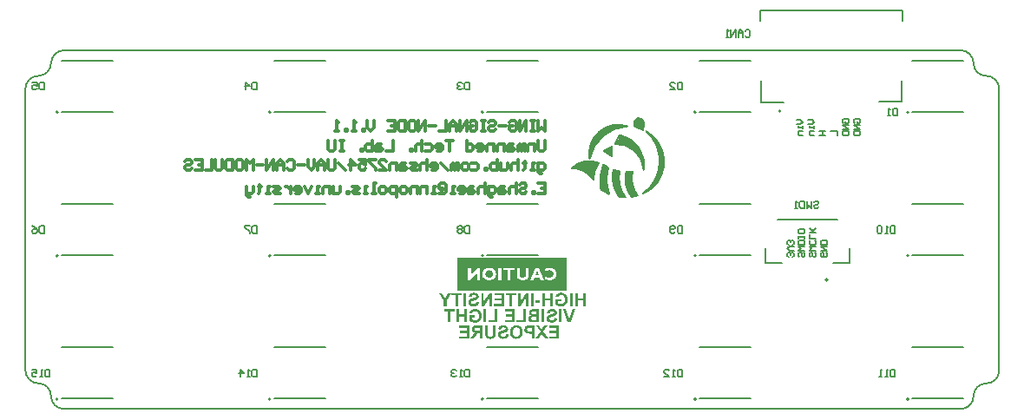
<source format=gbo>
G04*
G04 #@! TF.GenerationSoftware,Altium Limited,Altium Designer,21.4.1 (30)*
G04*
G04 Layer_Color=32896*
%FSLAX44Y44*%
%MOMM*%
G71*
G04*
G04 #@! TF.SameCoordinates,2D50AE42-1DF2-48DA-B060-BAF50E4618A4*
G04*
G04*
G04 #@! TF.FilePolarity,Positive*
G04*
G01*
G75*
%ADD10C,0.2000*%
%ADD11C,0.1270*%
%ADD12C,0.0100*%
%ADD16C,0.1500*%
%ADD17C,0.3000*%
%ADD67C,0.1700*%
G36*
X618619Y304076D02*
X618619Y304076D01*
X618619Y304089D01*
X618618Y304115D01*
X618618Y304140D01*
X618618Y304166D01*
Y304179D01*
X618619Y304076D01*
D02*
G37*
G36*
X625005Y309261D02*
X626897Y308361D01*
X628285Y306791D01*
X628945Y304802D01*
X628859Y303758D01*
X628859Y303758D01*
X628858Y303746D01*
X628846Y303725D01*
X628826Y303711D01*
X628802Y303707D01*
X628790Y303710D01*
X627597Y297273D01*
X627597D01*
X627595Y297261D01*
X627581Y297242D01*
X627561Y297230D01*
X627538Y297228D01*
X627527Y297231D01*
X618694Y300195D01*
X618686Y300197D01*
X618673Y300207D01*
X618663Y300221D01*
X618658Y300237D01*
X618657Y300245D01*
X618619Y304076D01*
X618618Y304179D01*
Y305227D01*
X619440Y307155D01*
X620951Y308605D01*
X622911Y309347D01*
X625005Y309261D01*
D02*
G37*
G36*
X612343Y300922D02*
X612343Y300922D01*
X612343D01*
Y300922D01*
D02*
G37*
G36*
X597423Y271489D02*
X589762Y277077D01*
X590799Y277399D01*
X592818Y278199D01*
X594745Y279198D01*
X596562Y280388D01*
X597423Y281050D01*
Y271489D01*
D02*
G37*
G36*
X610010Y301704D02*
X612343Y300922D01*
X610159Y300742D01*
X605837Y300023D01*
X601620Y298833D01*
X597560Y297185D01*
X593706Y295102D01*
X590104Y292607D01*
X586799Y289730D01*
X583830Y286508D01*
X581234Y282978D01*
X579042Y279185D01*
X577281Y275173D01*
X575971Y270992D01*
X575491Y268853D01*
X575039Y271272D01*
X574983Y276192D01*
X575775Y281048D01*
X577393Y285695D01*
X579787Y289994D01*
X582886Y293816D01*
X586598Y297046D01*
X590811Y299588D01*
X595400Y301366D01*
X600225Y302326D01*
X605145Y302440D01*
X610010Y301704D01*
D02*
G37*
G36*
X589277Y263214D02*
X590476Y262370D01*
X591708Y261576D01*
X592972Y260832D01*
X593615Y260479D01*
Y260479D01*
Y260479D01*
D01*
X593111Y258901D01*
X592325Y255682D01*
X591840Y252404D01*
X591660Y249096D01*
X591786Y245785D01*
X592217Y242500D01*
X592951Y239269D01*
X593980Y236119D01*
X594602Y234584D01*
X593543Y235005D01*
X591472Y235958D01*
X589454Y237020D01*
X587496Y238188D01*
X586549Y238823D01*
X585918Y241923D01*
X585555Y248241D01*
X586098Y254545D01*
X587537Y260707D01*
X588690Y263654D01*
X588690Y263654D01*
X589277Y263214D01*
D02*
G37*
G36*
X604705Y292414D02*
X606597Y292043D01*
X610254Y290819D01*
X613723Y289133D01*
X616944Y287012D01*
X619864Y284493D01*
X622434Y281617D01*
X624610Y278433D01*
X626357Y274995D01*
X627644Y271359D01*
X628451Y267588D01*
X628763Y263744D01*
X628576Y259892D01*
X628234Y257994D01*
Y257994D01*
X628234D01*
X628234Y257994D01*
X628109Y259756D01*
X627512Y263236D01*
X626460Y266606D01*
X624972Y269807D01*
X623074Y272784D01*
X620798Y275483D01*
X618186Y277858D01*
X615283Y279867D01*
X612140Y281474D01*
X608811Y282652D01*
X605357Y283379D01*
X601836Y283644D01*
X600071Y283601D01*
X600869Y284570D01*
X602289Y286640D01*
X603458Y288863D01*
X604359Y291206D01*
X604705Y292414D01*
Y292414D01*
D02*
G37*
G36*
X579300Y266689D02*
X582755Y265729D01*
X584388Y264988D01*
X584388Y264988D01*
X583190Y263156D01*
X581219Y259251D01*
X579848Y255097D01*
X579108Y250786D01*
X578980Y248601D01*
X578980D01*
X578121Y249898D01*
X576157Y252311D01*
X573893Y254444D01*
X571370Y256264D01*
X568630Y257736D01*
X565721Y258838D01*
X562692Y259548D01*
X559597Y259856D01*
X558041Y259857D01*
X559277Y261156D01*
X562118Y263343D01*
X565263Y265067D01*
X568635Y266285D01*
X572155Y266971D01*
X575739Y267107D01*
X579300Y266689D01*
D02*
G37*
G36*
X632962Y294757D02*
X637303Y291292D01*
X641032Y287176D01*
X644053Y282516D01*
X646287Y277431D01*
X647677Y272054D01*
X648186Y266523D01*
X647803Y260983D01*
X646535Y255575D01*
X644417Y250441D01*
X641504Y245713D01*
X637869Y241514D01*
X635739Y239732D01*
X634735Y239004D01*
X632648Y237666D01*
X630486Y236451D01*
X628258Y235362D01*
X627115Y234883D01*
X629454Y236660D01*
X633701Y240716D01*
X637291Y245363D01*
X640144Y250495D01*
X642196Y255997D01*
X643399Y261744D01*
X643727Y267607D01*
X643173Y273453D01*
X641748Y279150D01*
X639486Y284569D01*
X636436Y289587D01*
X632669Y294091D01*
X630542Y296119D01*
X632962Y294757D01*
D02*
G37*
G36*
X617070Y255308D02*
X616661Y252215D01*
X616601Y249097D01*
X616890Y245991D01*
X617524Y242937D01*
X618495Y239972D01*
X619792Y237136D01*
X621398Y234461D01*
X622311Y233196D01*
Y233196D01*
X621586Y232989D01*
X620122Y232625D01*
X618647Y232313D01*
X617161Y232054D01*
X616414Y231950D01*
Y231950D01*
X615377Y233188D01*
X613619Y235898D01*
X612202Y238801D01*
X611147Y241854D01*
X610471Y245012D01*
X610183Y248230D01*
X610287Y251458D01*
X610782Y254650D01*
X611222Y256205D01*
X611222D01*
X611999Y256225D01*
X613551Y256315D01*
X615099Y256472D01*
X616638Y256695D01*
X617403Y256832D01*
X617403Y256832D01*
X617070Y255308D01*
D02*
G37*
G36*
X599330Y258027D02*
X600827Y257568D01*
X602341Y257174D01*
X603872Y256847D01*
X604642Y256708D01*
X604357Y255071D01*
X604047Y251763D01*
X604088Y248441D01*
X604478Y245142D01*
X605213Y241903D01*
X606285Y238758D01*
X607682Y235744D01*
X609388Y232894D01*
X610351Y231540D01*
X609564Y231543D01*
X607990Y231606D01*
X606419Y231726D01*
X604854Y231904D01*
X604076Y232021D01*
X603064Y233423D01*
X601345Y236422D01*
X599949Y239584D01*
X598892Y242875D01*
X598185Y246259D01*
X597836Y249698D01*
X597850Y253155D01*
X598224Y256591D01*
X598590Y258281D01*
Y258281D01*
X599330Y258027D01*
D02*
G37*
G36*
X553292Y172796D02*
Y140704D01*
X446708D01*
Y172796D01*
X553292D01*
D02*
G37*
G36*
X571465Y125352D02*
X568872D01*
Y130963D01*
X563817D01*
Y125352D01*
X561225D01*
Y138166D01*
X563817D01*
Y133129D01*
X568872D01*
Y138166D01*
X571465D01*
Y125352D01*
D02*
G37*
G36*
X539635D02*
X537043D01*
Y130963D01*
X531987D01*
Y125352D01*
X529395D01*
Y138166D01*
X531987D01*
Y133129D01*
X537043D01*
Y138166D01*
X539635D01*
Y125352D01*
D02*
G37*
G36*
X435812Y130740D02*
Y125352D01*
X433220D01*
Y130722D01*
X428535Y138166D01*
X431516D01*
X434460Y133092D01*
X437479Y138166D01*
X440497D01*
X435812Y130740D01*
D02*
G37*
G36*
X515767Y125352D02*
X513378D01*
Y133796D01*
X508175Y125352D01*
X505583D01*
Y138166D01*
X507971D01*
Y129537D01*
X513267Y138166D01*
X515767D01*
Y125352D01*
D02*
G37*
G36*
X479956Y125352D02*
X477567D01*
Y133796D01*
X472364Y125352D01*
X469772D01*
Y138166D01*
X472160D01*
Y129537D01*
X477456Y138166D01*
X479956D01*
Y125352D01*
D02*
G37*
G36*
X527025Y128778D02*
X522192D01*
Y131241D01*
X527025D01*
Y128778D01*
D02*
G37*
G36*
X548338Y138388D02*
X548930Y138314D01*
X549189Y138258D01*
X549449Y138203D01*
X549689Y138147D01*
X549893Y138092D01*
X550078Y138018D01*
X550263Y137962D01*
X550393Y137907D01*
X550522Y137869D01*
X550615Y137814D01*
X550689Y137795D01*
X550726Y137758D01*
X550745D01*
X551319Y137425D01*
X551559Y137221D01*
X551800Y137036D01*
X552022Y136833D01*
X552226Y136629D01*
X552411Y136425D01*
X552578Y136240D01*
X552707Y136055D01*
X552837Y135888D01*
X552948Y135740D01*
X553041Y135610D01*
X553096Y135499D01*
X553152Y135425D01*
X553170Y135370D01*
X553189Y135351D01*
X553337Y135055D01*
X553467Y134759D01*
X553670Y134148D01*
X553819Y133537D01*
X553911Y133000D01*
X553948Y132740D01*
X553985Y132518D01*
X554004Y132314D01*
Y132129D01*
X554022Y132000D01*
Y131889D01*
Y131814D01*
Y131796D01*
X553985Y131111D01*
X553911Y130481D01*
X553782Y129907D01*
X553726Y129629D01*
X553652Y129389D01*
X553578Y129167D01*
X553522Y128963D01*
X553448Y128796D01*
X553393Y128648D01*
X553356Y128537D01*
X553319Y128444D01*
X553282Y128389D01*
Y128370D01*
X552967Y127815D01*
X552615Y127333D01*
X552245Y126908D01*
X551874Y126574D01*
X551708Y126426D01*
X551541Y126297D01*
X551411Y126185D01*
X551282Y126111D01*
X551189Y126037D01*
X551097Y125982D01*
X551059Y125963D01*
X551041Y125945D01*
X550745Y125797D01*
X550467Y125667D01*
X549856Y125463D01*
X549263Y125315D01*
X548726Y125223D01*
X548467Y125186D01*
X548245Y125148D01*
X548041Y125130D01*
X547856D01*
X547727Y125112D01*
X547523D01*
X546930Y125130D01*
X546375Y125204D01*
X545838Y125297D01*
X545375Y125408D01*
X545171Y125463D01*
X544986Y125519D01*
X544819Y125574D01*
X544671Y125611D01*
X544560Y125648D01*
X544486Y125686D01*
X544431Y125704D01*
X544412D01*
X543857Y125926D01*
X543394Y126167D01*
X542986Y126408D01*
X542635Y126611D01*
X542375Y126797D01*
X542283Y126871D01*
X542190Y126945D01*
X542135Y127000D01*
X542079Y127037D01*
X542042Y127074D01*
Y132222D01*
X547615D01*
Y130055D01*
X544653D01*
Y128407D01*
X544875Y128241D01*
X545116Y128093D01*
X545356Y127963D01*
X545579Y127852D01*
X545764Y127759D01*
X545930Y127685D01*
X546023Y127648D01*
X546041Y127630D01*
X546060D01*
X546356Y127519D01*
X546653Y127445D01*
X546930Y127389D01*
X547171Y127352D01*
X547393Y127333D01*
X547541Y127315D01*
X547690D01*
X547986Y127333D01*
X548282Y127371D01*
X548541Y127426D01*
X548801Y127500D01*
X549263Y127685D01*
X549449Y127778D01*
X549634Y127889D01*
X549800Y128000D01*
X549949Y128093D01*
X550060Y128204D01*
X550171Y128278D01*
X550245Y128352D01*
X550300Y128407D01*
X550337Y128444D01*
X550356Y128463D01*
X550522Y128685D01*
X550689Y128944D01*
X550819Y129204D01*
X550930Y129481D01*
X551115Y130055D01*
X551226Y130611D01*
X551263Y130870D01*
X551300Y131129D01*
X551319Y131333D01*
X551337Y131537D01*
X551356Y131685D01*
Y131814D01*
Y131889D01*
Y131907D01*
X551337Y132296D01*
X551319Y132648D01*
X551263Y133000D01*
X551208Y133314D01*
X551134Y133592D01*
X551041Y133851D01*
X550948Y134092D01*
X550856Y134314D01*
X550782Y134499D01*
X550689Y134666D01*
X550597Y134796D01*
X550522Y134907D01*
X550467Y134999D01*
X550411Y135055D01*
X550393Y135092D01*
X550374Y135110D01*
X550171Y135296D01*
X549967Y135481D01*
X549745Y135610D01*
X549523Y135740D01*
X549300Y135851D01*
X549078Y135944D01*
X548652Y136073D01*
X548449Y136110D01*
X548264Y136147D01*
X548097Y136166D01*
X547949Y136184D01*
X547838Y136203D01*
X547671D01*
X547264Y136184D01*
X546912Y136110D01*
X546597Y136036D01*
X546319Y135925D01*
X546116Y135833D01*
X545949Y135740D01*
X545856Y135666D01*
X545819Y135647D01*
X545560Y135425D01*
X545338Y135184D01*
X545153Y134944D01*
X545023Y134703D01*
X544912Y134481D01*
X544838Y134314D01*
X544801Y134203D01*
X544782Y134185D01*
Y134166D01*
X542209Y134648D01*
X542283Y134962D01*
X542394Y135277D01*
X542505Y135555D01*
X542653Y135814D01*
X542783Y136073D01*
X542931Y136295D01*
X543079Y136499D01*
X543227Y136684D01*
X543375Y136851D01*
X543505Y136999D01*
X543616Y137129D01*
X543727Y137221D01*
X543820Y137295D01*
X543894Y137369D01*
X543931Y137388D01*
X543949Y137407D01*
X544208Y137592D01*
X544486Y137740D01*
X544782Y137869D01*
X545097Y137980D01*
X545708Y138166D01*
X546301Y138277D01*
X546578Y138332D01*
X546838Y138351D01*
X547079Y138369D01*
X547282Y138388D01*
X547449Y138406D01*
X547671D01*
X548338Y138388D01*
D02*
G37*
G36*
X558633Y125352D02*
X556040D01*
Y138166D01*
X558633D01*
Y125352D01*
D02*
G37*
G36*
X520840D02*
X518248D01*
Y138166D01*
X520840D01*
Y125352D01*
D02*
G37*
G36*
X503750Y135999D02*
X499954D01*
Y125352D01*
X497361Y125352D01*
Y135999D01*
X493584D01*
Y138166D01*
X503750Y138166D01*
Y135999D01*
D02*
G37*
G36*
X491899Y125352D02*
X482159D01*
Y127519D01*
X489307D01*
Y131000D01*
X482881D01*
Y133166D01*
X489307D01*
Y135999D01*
X482400D01*
Y138166D01*
X491899D01*
Y125352D01*
D02*
G37*
G36*
X455181D02*
X452588D01*
Y138166D01*
X455181D01*
Y125352D01*
D02*
G37*
G36*
X451014Y135999D02*
X447218D01*
Y125352D01*
X444626D01*
Y135999D01*
X440849D01*
Y138166D01*
X451014D01*
Y135999D01*
D02*
G37*
G36*
X463106Y138388D02*
X463587Y138332D01*
X464013Y138258D01*
X464383Y138184D01*
X464550Y138129D01*
X464698Y138092D01*
X464809Y138055D01*
X464920Y138018D01*
X464994Y137980D01*
X465050Y137962D01*
X465087Y137943D01*
X465106D01*
X465476Y137758D01*
X465791Y137555D01*
X466068Y137332D01*
X466291Y137129D01*
X466476Y136944D01*
X466587Y136795D01*
X466679Y136684D01*
X466698Y136666D01*
Y136647D01*
X466883Y136333D01*
X467013Y135999D01*
X467105Y135684D01*
X467161Y135407D01*
X467198Y135166D01*
X467235Y134981D01*
Y134907D01*
Y134851D01*
Y134833D01*
Y134814D01*
X467216Y134536D01*
X467179Y134259D01*
X467124Y134018D01*
X467050Y133777D01*
X466865Y133333D01*
X466642Y132944D01*
X466550Y132777D01*
X466439Y132648D01*
X466346Y132518D01*
X466254Y132407D01*
X466179Y132333D01*
X466124Y132277D01*
X466087Y132240D01*
X466068Y132222D01*
X465902Y132092D01*
X465698Y131963D01*
X465494Y131833D01*
X465254Y131722D01*
X464791Y131500D01*
X464309Y131314D01*
X464068Y131241D01*
X463865Y131166D01*
X463661Y131111D01*
X463494Y131055D01*
X463365Y131018D01*
X463254Y130981D01*
X463180Y130963D01*
X463161D01*
X462865Y130889D01*
X462606Y130815D01*
X462365Y130759D01*
X462143Y130703D01*
X461958Y130648D01*
X461791Y130611D01*
X461643Y130555D01*
X461513Y130518D01*
X461402Y130500D01*
X461310Y130463D01*
X461180Y130426D01*
X461106Y130389D01*
X461087D01*
X460847Y130296D01*
X460662Y130204D01*
X460495Y130111D01*
X460365Y130018D01*
X460273Y129944D01*
X460217Y129889D01*
X460180Y129852D01*
X460162Y129833D01*
X460069Y129704D01*
X459995Y129574D01*
X459958Y129444D01*
X459921Y129333D01*
X459902Y129222D01*
X459884Y129130D01*
Y129074D01*
Y129056D01*
X459902Y128796D01*
X459976Y128574D01*
X460088Y128352D01*
X460199Y128167D01*
X460328Y128019D01*
X460421Y127907D01*
X460495Y127833D01*
X460532Y127815D01*
X460791Y127648D01*
X461087Y127519D01*
X461402Y127426D01*
X461698Y127371D01*
X461976Y127333D01*
X462198Y127296D01*
X462402D01*
X462828Y127315D01*
X463198Y127389D01*
X463513Y127482D01*
X463791Y127593D01*
X464013Y127704D01*
X464161Y127796D01*
X464254Y127870D01*
X464291Y127889D01*
X464532Y128148D01*
X464717Y128426D01*
X464883Y128741D01*
X464994Y129056D01*
X465087Y129333D01*
X465161Y129555D01*
X465179Y129629D01*
Y129704D01*
X465198Y129741D01*
Y129759D01*
X467716Y129518D01*
X467661Y129130D01*
X467587Y128759D01*
X467476Y128407D01*
X467383Y128093D01*
X467253Y127796D01*
X467124Y127519D01*
X466994Y127278D01*
X466865Y127056D01*
X466735Y126870D01*
X466605Y126704D01*
X466494Y126556D01*
X466383Y126426D01*
X466309Y126334D01*
X466235Y126278D01*
X466198Y126241D01*
X466179Y126222D01*
X465920Y126019D01*
X465643Y125852D01*
X465346Y125704D01*
X465031Y125574D01*
X464735Y125482D01*
X464420Y125389D01*
X463809Y125260D01*
X463532Y125204D01*
X463272Y125167D01*
X463050Y125148D01*
X462846Y125130D01*
X462680Y125112D01*
X462439D01*
X461847Y125130D01*
X461310Y125185D01*
X460828Y125260D01*
X460625Y125297D01*
X460421Y125352D01*
X460254Y125389D01*
X460106Y125426D01*
X459976Y125463D01*
X459865Y125500D01*
X459773Y125537D01*
X459717Y125556D01*
X459680Y125574D01*
X459662D01*
X459254Y125778D01*
X458921Y126000D01*
X458606Y126222D01*
X458365Y126463D01*
X458180Y126667D01*
X458032Y126852D01*
X457958Y126963D01*
X457921Y126982D01*
Y127000D01*
X457717Y127371D01*
X457551Y127722D01*
X457440Y128074D01*
X457365Y128407D01*
X457328Y128667D01*
X457310Y128796D01*
X457291Y128889D01*
Y128963D01*
Y129018D01*
Y129056D01*
Y129074D01*
X457310Y129518D01*
X457365Y129907D01*
X457458Y130259D01*
X457551Y130555D01*
X457643Y130796D01*
X457736Y130963D01*
X457791Y131074D01*
X457810Y131111D01*
X458014Y131407D01*
X458254Y131666D01*
X458495Y131889D01*
X458717Y132074D01*
X458921Y132222D01*
X459088Y132333D01*
X459199Y132407D01*
X459217Y132425D01*
X459236D01*
X459421Y132518D01*
X459606Y132611D01*
X460050Y132777D01*
X460513Y132926D01*
X460958Y133074D01*
X461161Y133129D01*
X461365Y133185D01*
X461550Y133240D01*
X461698Y133277D01*
X461828Y133314D01*
X461921Y133333D01*
X461995Y133351D01*
X462013D01*
X462346Y133444D01*
X462643Y133518D01*
X462920Y133592D01*
X463180Y133666D01*
X463383Y133740D01*
X463587Y133814D01*
X463754Y133888D01*
X463902Y133944D01*
X464031Y133999D01*
X464124Y134055D01*
X464217Y134092D01*
X464272Y134129D01*
X464365Y134185D01*
X464383Y134203D01*
X464513Y134333D01*
X464605Y134462D01*
X464661Y134592D01*
X464698Y134722D01*
X464735Y134814D01*
X464754Y134907D01*
Y134962D01*
Y134981D01*
X464735Y135166D01*
X464698Y135314D01*
X464624Y135462D01*
X464550Y135573D01*
X464476Y135666D01*
X464402Y135722D01*
X464365Y135758D01*
X464346Y135777D01*
X464087Y135944D01*
X463809Y136055D01*
X463513Y136147D01*
X463235Y136203D01*
X462995Y136240D01*
X462791Y136258D01*
X462606D01*
X462217Y136240D01*
X461884Y136184D01*
X461606Y136110D01*
X461384Y136036D01*
X461199Y135962D01*
X461069Y135888D01*
X460995Y135833D01*
X460976Y135814D01*
X460791Y135629D01*
X460625Y135407D01*
X460495Y135184D01*
X460402Y134944D01*
X460328Y134740D01*
X460291Y134573D01*
X460254Y134444D01*
Y134425D01*
Y134407D01*
X457662Y134499D01*
X457680Y134833D01*
X457736Y135129D01*
X457810Y135425D01*
X457902Y135684D01*
X457995Y135944D01*
X458106Y136184D01*
X458217Y136388D01*
X458328Y136592D01*
X458458Y136758D01*
X458569Y136906D01*
X458680Y137036D01*
X458773Y137147D01*
X458847Y137221D01*
X458902Y137277D01*
X458939Y137314D01*
X458958Y137332D01*
X459199Y137518D01*
X459458Y137684D01*
X459736Y137832D01*
X460032Y137962D01*
X460328Y138055D01*
X460625Y138147D01*
X461217Y138277D01*
X461495Y138314D01*
X461735Y138351D01*
X461976Y138369D01*
X462180Y138388D01*
X462346Y138406D01*
X462569D01*
X463106Y138388D01*
D02*
G37*
G36*
X455699Y109494D02*
X453107D01*
Y115105D01*
X448052D01*
Y109494D01*
X445459D01*
Y122308D01*
X448052D01*
Y117271D01*
X453107D01*
Y122308D01*
X455699D01*
Y109494D01*
D02*
G37*
G36*
X556911Y109495D02*
X554115D01*
X549560Y122308D01*
X552319D01*
X555448Y112828D01*
X558707Y122308D01*
X561503D01*
X556911Y109495D01*
D02*
G37*
G36*
X464402Y122530D02*
X464994Y122456D01*
X465254Y122401D01*
X465513Y122345D01*
X465754Y122289D01*
X465957Y122234D01*
X466142Y122160D01*
X466328Y122104D01*
X466457Y122049D01*
X466587Y122012D01*
X466679Y121956D01*
X466753Y121938D01*
X466791Y121901D01*
X466809D01*
X467383Y121567D01*
X467624Y121364D01*
X467864Y121179D01*
X468087Y120975D01*
X468290Y120771D01*
X468475Y120568D01*
X468642Y120382D01*
X468772Y120197D01*
X468901Y120030D01*
X469012Y119882D01*
X469105Y119753D01*
X469161Y119642D01*
X469216Y119568D01*
X469235Y119512D01*
X469253Y119494D01*
X469401Y119197D01*
X469531Y118901D01*
X469735Y118290D01*
X469883Y117679D01*
X469975Y117142D01*
X470012Y116883D01*
X470049Y116660D01*
X470068Y116457D01*
Y116272D01*
X470086Y116142D01*
Y116031D01*
Y115957D01*
Y115938D01*
X470049Y115253D01*
X469975Y114624D01*
X469846Y114050D01*
X469790Y113772D01*
X469716Y113531D01*
X469642Y113309D01*
X469586Y113105D01*
X469512Y112939D01*
X469457Y112790D01*
X469420Y112679D01*
X469383Y112587D01*
X469346Y112531D01*
Y112513D01*
X469031Y111957D01*
X468679Y111476D01*
X468309Y111050D01*
X467938Y110717D01*
X467772Y110569D01*
X467605Y110439D01*
X467476Y110328D01*
X467346Y110254D01*
X467253Y110180D01*
X467161Y110124D01*
X467124Y110106D01*
X467105Y110087D01*
X466809Y109939D01*
X466531Y109809D01*
X465920Y109606D01*
X465328Y109458D01*
X464791Y109365D01*
X464532Y109328D01*
X464309Y109291D01*
X464106Y109272D01*
X463920D01*
X463791Y109254D01*
X463587D01*
X462995Y109272D01*
X462439Y109346D01*
X461902Y109439D01*
X461439Y109550D01*
X461236Y109606D01*
X461050Y109661D01*
X460884Y109717D01*
X460736Y109754D01*
X460625Y109791D01*
X460550Y109828D01*
X460495Y109846D01*
X460476D01*
X459921Y110069D01*
X459458Y110309D01*
X459050Y110550D01*
X458699Y110754D01*
X458439Y110939D01*
X458347Y111013D01*
X458254Y111087D01*
X458199Y111143D01*
X458143Y111180D01*
X458106Y111217D01*
Y116364D01*
X463680D01*
Y114198D01*
X460717D01*
Y112550D01*
X460939Y112383D01*
X461180Y112235D01*
X461421Y112105D01*
X461643Y111994D01*
X461828Y111902D01*
X461995Y111828D01*
X462087Y111791D01*
X462106Y111772D01*
X462124D01*
X462421Y111661D01*
X462717Y111587D01*
X462995Y111531D01*
X463235Y111494D01*
X463457Y111476D01*
X463606Y111457D01*
X463754D01*
X464050Y111476D01*
X464346Y111513D01*
X464605Y111568D01*
X464865Y111643D01*
X465328Y111828D01*
X465513Y111920D01*
X465698Y112031D01*
X465865Y112142D01*
X466013Y112235D01*
X466124Y112346D01*
X466235Y112420D01*
X466309Y112494D01*
X466365Y112550D01*
X466402Y112587D01*
X466420Y112605D01*
X466587Y112828D01*
X466753Y113087D01*
X466883Y113346D01*
X466994Y113624D01*
X467179Y114198D01*
X467290Y114753D01*
X467327Y115013D01*
X467365Y115272D01*
X467383Y115475D01*
X467402Y115679D01*
X467420Y115827D01*
Y115957D01*
Y116031D01*
Y116049D01*
X467402Y116438D01*
X467383Y116790D01*
X467327Y117142D01*
X467272Y117457D01*
X467198Y117734D01*
X467105Y117994D01*
X467013Y118234D01*
X466920Y118457D01*
X466846Y118642D01*
X466753Y118808D01*
X466661Y118938D01*
X466587Y119049D01*
X466531Y119142D01*
X466476Y119197D01*
X466457Y119234D01*
X466439Y119253D01*
X466235Y119438D01*
X466031Y119623D01*
X465809Y119753D01*
X465587Y119882D01*
X465365Y119993D01*
X465143Y120086D01*
X464717Y120216D01*
X464513Y120253D01*
X464328Y120290D01*
X464161Y120308D01*
X464013Y120327D01*
X463902Y120345D01*
X463735D01*
X463328Y120327D01*
X462976Y120253D01*
X462661Y120179D01*
X462383Y120068D01*
X462180Y119975D01*
X462013Y119882D01*
X461921Y119808D01*
X461884Y119790D01*
X461624Y119568D01*
X461402Y119327D01*
X461217Y119086D01*
X461087Y118845D01*
X460976Y118623D01*
X460902Y118457D01*
X460865Y118345D01*
X460847Y118327D01*
Y118308D01*
X458273Y118790D01*
X458347Y119105D01*
X458458Y119419D01*
X458569Y119697D01*
X458717Y119956D01*
X458847Y120216D01*
X458995Y120438D01*
X459143Y120641D01*
X459291Y120827D01*
X459439Y120993D01*
X459569Y121142D01*
X459680Y121271D01*
X459791Y121364D01*
X459884Y121438D01*
X459958Y121512D01*
X459995Y121530D01*
X460013Y121549D01*
X460273Y121734D01*
X460550Y121882D01*
X460847Y122012D01*
X461161Y122123D01*
X461772Y122308D01*
X462365Y122419D01*
X462643Y122475D01*
X462902Y122493D01*
X463143Y122512D01*
X463346Y122530D01*
X463513Y122549D01*
X463735D01*
X464402Y122530D01*
D02*
G37*
G36*
X548338Y109495D02*
X545745D01*
Y122308D01*
X548338D01*
Y109495D01*
D02*
G37*
G36*
X531413D02*
X528821D01*
Y122308D01*
X531413D01*
Y109495D01*
D02*
G37*
G36*
X526340D02*
X520785D01*
X520470Y109513D01*
X519915D01*
X519692Y109532D01*
X519341D01*
X519211Y109550D01*
X519026D01*
X518952Y109569D01*
X518878D01*
X518507Y109624D01*
X518174Y109717D01*
X517878Y109809D01*
X517618Y109921D01*
X517415Y110013D01*
X517267Y110106D01*
X517174Y110161D01*
X517137Y110180D01*
X516878Y110383D01*
X516674Y110606D01*
X516470Y110809D01*
X516322Y111032D01*
X516193Y111217D01*
X516100Y111365D01*
X516045Y111457D01*
X516026Y111494D01*
X515896Y111809D01*
X515785Y112105D01*
X515711Y112402D01*
X515674Y112661D01*
X515637Y112883D01*
X515619Y113050D01*
Y113161D01*
Y113179D01*
Y113198D01*
X515637Y113605D01*
X515711Y113976D01*
X515822Y114290D01*
X515933Y114587D01*
X516045Y114809D01*
X516156Y114976D01*
X516230Y115087D01*
X516248Y115124D01*
X516508Y115420D01*
X516785Y115661D01*
X517100Y115864D01*
X517378Y116012D01*
X517637Y116142D01*
X517859Y116235D01*
X517933Y116253D01*
X517989Y116272D01*
X518026Y116290D01*
X518044D01*
X517748Y116457D01*
X517489Y116623D01*
X517267Y116827D01*
X517082Y116994D01*
X516952Y117160D01*
X516841Y117290D01*
X516767Y117383D01*
X516748Y117420D01*
X516582Y117716D01*
X516452Y117994D01*
X516378Y118271D01*
X516304Y118531D01*
X516267Y118753D01*
X516248Y118919D01*
Y119031D01*
Y119049D01*
Y119068D01*
X516267Y119364D01*
X516304Y119660D01*
X516378Y119901D01*
X516452Y120123D01*
X516526Y120308D01*
X516600Y120456D01*
X516637Y120531D01*
X516656Y120568D01*
X516804Y120808D01*
X516970Y121012D01*
X517137Y121197D01*
X517285Y121364D01*
X517433Y121475D01*
X517545Y121567D01*
X517618Y121623D01*
X517637Y121642D01*
X517859Y121790D01*
X518100Y121901D01*
X518322Y121993D01*
X518526Y122067D01*
X518711Y122123D01*
X518841Y122160D01*
X518933Y122178D01*
X518970D01*
X519285Y122215D01*
X519637Y122253D01*
X520007Y122271D01*
X520378Y122289D01*
X520711Y122308D01*
X526340D01*
Y109495D01*
D02*
G37*
G36*
X513360D02*
X504324D01*
Y111661D01*
X510767D01*
Y122215D01*
X513360D01*
Y109495D01*
D02*
G37*
G36*
X502472D02*
X492732Y109494D01*
Y111661D01*
X499880Y111661D01*
Y115142D01*
X493454Y115142D01*
Y117309D01*
X499880Y117309D01*
Y120142D01*
X492973Y120142D01*
Y122308D01*
X502472Y122308D01*
Y109495D01*
D02*
G37*
G36*
X485492Y109494D02*
X476456D01*
Y111661D01*
X482900D01*
Y122215D01*
X485492D01*
Y109494D01*
D02*
G37*
G36*
X474697D02*
X472105D01*
Y122308D01*
X474697D01*
Y109494D01*
D02*
G37*
G36*
X443682Y120142D02*
X439886D01*
Y109494D01*
X437294D01*
Y120142D01*
X433516D01*
Y122308D01*
X443682D01*
Y120142D01*
D02*
G37*
G36*
X539338Y122530D02*
X539820Y122475D01*
X540246Y122401D01*
X540616Y122327D01*
X540783Y122271D01*
X540931Y122234D01*
X541042Y122197D01*
X541153Y122160D01*
X541227Y122123D01*
X541283Y122104D01*
X541320Y122086D01*
X541338D01*
X541709Y121901D01*
X542023Y121697D01*
X542301Y121475D01*
X542523Y121271D01*
X542709Y121086D01*
X542820Y120938D01*
X542912Y120827D01*
X542931Y120808D01*
Y120790D01*
X543116Y120475D01*
X543246Y120142D01*
X543338Y119827D01*
X543394Y119549D01*
X543431Y119308D01*
X543468Y119123D01*
Y119049D01*
Y118994D01*
Y118975D01*
Y118957D01*
X543449Y118679D01*
X543412Y118401D01*
X543357Y118160D01*
X543283Y117920D01*
X543097Y117475D01*
X542875Y117086D01*
X542783Y116920D01*
X542672Y116790D01*
X542579Y116660D01*
X542486Y116549D01*
X542412Y116475D01*
X542357Y116420D01*
X542320Y116383D01*
X542301Y116364D01*
X542135Y116235D01*
X541931Y116105D01*
X541727Y115975D01*
X541486Y115864D01*
X541023Y115642D01*
X540542Y115457D01*
X540301Y115383D01*
X540098Y115309D01*
X539894Y115253D01*
X539727Y115198D01*
X539598Y115161D01*
X539487Y115124D01*
X539413Y115105D01*
X539394D01*
X539098Y115031D01*
X538839Y114957D01*
X538598Y114901D01*
X538376Y114846D01*
X538190Y114790D01*
X538024Y114753D01*
X537876Y114698D01*
X537746Y114661D01*
X537635Y114642D01*
X537542Y114605D01*
X537413Y114568D01*
X537339Y114531D01*
X537320D01*
X537080Y114438D01*
X536894Y114346D01*
X536728Y114253D01*
X536598Y114161D01*
X536506Y114087D01*
X536450Y114031D01*
X536413Y113994D01*
X536394Y113976D01*
X536302Y113846D01*
X536228Y113716D01*
X536191Y113587D01*
X536154Y113476D01*
X536135Y113364D01*
X536117Y113272D01*
Y113216D01*
Y113198D01*
X536135Y112939D01*
X536209Y112717D01*
X536320Y112494D01*
X536431Y112309D01*
X536561Y112161D01*
X536654Y112050D01*
X536728Y111976D01*
X536765Y111957D01*
X537024Y111791D01*
X537320Y111661D01*
X537635Y111568D01*
X537931Y111513D01*
X538209Y111476D01*
X538431Y111439D01*
X538635D01*
X539061Y111457D01*
X539431Y111531D01*
X539746Y111624D01*
X540024Y111735D01*
X540246Y111846D01*
X540394Y111939D01*
X540486Y112013D01*
X540524Y112031D01*
X540764Y112291D01*
X540950Y112568D01*
X541116Y112883D01*
X541227Y113198D01*
X541320Y113476D01*
X541394Y113698D01*
X541412Y113772D01*
Y113846D01*
X541431Y113883D01*
Y113902D01*
X543949Y113661D01*
X543894Y113272D01*
X543820Y112902D01*
X543708Y112550D01*
X543616Y112235D01*
X543486Y111939D01*
X543357Y111661D01*
X543227Y111420D01*
X543097Y111198D01*
X542968Y111013D01*
X542838Y110846D01*
X542727Y110698D01*
X542616Y110569D01*
X542542Y110476D01*
X542468Y110420D01*
X542431Y110383D01*
X542412Y110365D01*
X542153Y110161D01*
X541875Y109994D01*
X541579Y109846D01*
X541264Y109717D01*
X540968Y109624D01*
X540653Y109532D01*
X540042Y109402D01*
X539764Y109346D01*
X539505Y109309D01*
X539283Y109291D01*
X539079Y109272D01*
X538913Y109254D01*
X538672D01*
X538079Y109272D01*
X537542Y109328D01*
X537061Y109402D01*
X536857Y109439D01*
X536654Y109495D01*
X536487Y109532D01*
X536339Y109569D01*
X536209Y109606D01*
X536098Y109643D01*
X536006Y109680D01*
X535950Y109698D01*
X535913Y109717D01*
X535894D01*
X535487Y109921D01*
X535154Y110143D01*
X534839Y110365D01*
X534598Y110606D01*
X534413Y110809D01*
X534265Y110994D01*
X534191Y111105D01*
X534154Y111124D01*
Y111143D01*
X533950Y111513D01*
X533783Y111865D01*
X533672Y112217D01*
X533598Y112550D01*
X533561Y112809D01*
X533543Y112939D01*
X533524Y113031D01*
Y113105D01*
Y113161D01*
Y113198D01*
Y113216D01*
X533543Y113661D01*
X533598Y114050D01*
X533691Y114402D01*
X533783Y114698D01*
X533876Y114938D01*
X533969Y115105D01*
X534024Y115216D01*
X534043Y115253D01*
X534246Y115549D01*
X534487Y115809D01*
X534728Y116031D01*
X534950Y116216D01*
X535154Y116364D01*
X535320Y116475D01*
X535432Y116549D01*
X535450Y116568D01*
X535469D01*
X535654Y116660D01*
X535839Y116753D01*
X536283Y116920D01*
X536746Y117068D01*
X537191Y117216D01*
X537394Y117271D01*
X537598Y117327D01*
X537783Y117383D01*
X537931Y117420D01*
X538061Y117457D01*
X538153Y117475D01*
X538228Y117494D01*
X538246D01*
X538579Y117586D01*
X538876Y117660D01*
X539153Y117734D01*
X539413Y117809D01*
X539616Y117883D01*
X539820Y117957D01*
X539987Y118031D01*
X540135Y118086D01*
X540264Y118142D01*
X540357Y118197D01*
X540449Y118234D01*
X540505Y118271D01*
X540598Y118327D01*
X540616Y118345D01*
X540746Y118475D01*
X540838Y118605D01*
X540894Y118734D01*
X540931Y118864D01*
X540968Y118957D01*
X540987Y119049D01*
Y119105D01*
Y119123D01*
X540968Y119308D01*
X540931Y119457D01*
X540857Y119605D01*
X540783Y119716D01*
X540709Y119808D01*
X540635Y119864D01*
X540598Y119901D01*
X540579Y119919D01*
X540320Y120086D01*
X540042Y120197D01*
X539746Y120290D01*
X539468Y120345D01*
X539227Y120382D01*
X539024Y120401D01*
X538839D01*
X538450Y120382D01*
X538116Y120327D01*
X537839Y120253D01*
X537617Y120179D01*
X537431Y120105D01*
X537302Y120030D01*
X537228Y119975D01*
X537209Y119957D01*
X537024Y119771D01*
X536857Y119549D01*
X536728Y119327D01*
X536635Y119086D01*
X536561Y118883D01*
X536524Y118716D01*
X536487Y118586D01*
Y118568D01*
Y118549D01*
X533895Y118642D01*
X533913Y118975D01*
X533969Y119271D01*
X534043Y119568D01*
X534135Y119827D01*
X534228Y120086D01*
X534339Y120327D01*
X534450Y120531D01*
X534561Y120734D01*
X534691Y120901D01*
X534802Y121049D01*
X534913Y121179D01*
X535006Y121290D01*
X535080Y121364D01*
X535135Y121419D01*
X535172Y121456D01*
X535191Y121475D01*
X535432Y121660D01*
X535691Y121827D01*
X535969Y121975D01*
X536265Y122104D01*
X536561Y122197D01*
X536857Y122289D01*
X537450Y122419D01*
X537728Y122456D01*
X537968Y122493D01*
X538209Y122512D01*
X538413Y122530D01*
X538579Y122549D01*
X538801D01*
X539338Y122530D01*
D02*
G37*
G36*
X530441Y100303D02*
X534867Y93637D01*
X531756D01*
X528904Y97970D01*
X526071Y93637D01*
X522961D01*
X527368Y100303D01*
X523349Y106450D01*
X526368D01*
X528904Y102618D01*
X531441Y106450D01*
X534459D01*
X530441Y100303D01*
D02*
G37*
G36*
X483835Y99599D02*
Y99210D01*
X483816Y98840D01*
Y98488D01*
X483798Y98174D01*
X483779Y97877D01*
X483761Y97618D01*
X483742Y97377D01*
X483705Y97155D01*
X483687Y96970D01*
X483668Y96803D01*
X483650Y96655D01*
X483631Y96544D01*
X483613Y96451D01*
Y96396D01*
X483594Y96359D01*
Y96340D01*
X483502Y96063D01*
X483409Y95803D01*
X483279Y95563D01*
X483168Y95359D01*
X483057Y95174D01*
X482965Y95026D01*
X482891Y94952D01*
X482872Y94915D01*
X482650Y94674D01*
X482409Y94452D01*
X482150Y94267D01*
X481909Y94100D01*
X481706Y93970D01*
X481520Y93878D01*
X481409Y93822D01*
X481391Y93804D01*
X481372D01*
X481187Y93729D01*
X480984Y93674D01*
X480521Y93563D01*
X480058Y93489D01*
X479613Y93452D01*
X479410Y93433D01*
X479206Y93415D01*
X479039D01*
X478873Y93396D01*
X478576D01*
X478039Y93415D01*
X477558Y93452D01*
X477132Y93526D01*
X476780Y93600D01*
X476632Y93618D01*
X476484Y93655D01*
X476373Y93693D01*
X476280Y93729D01*
X476206Y93748D01*
X476151Y93766D01*
X476132Y93785D01*
X476114D01*
X475780Y93933D01*
X475484Y94118D01*
X475225Y94285D01*
X475003Y94452D01*
X474836Y94600D01*
X474706Y94711D01*
X474632Y94785D01*
X474614Y94822D01*
X474410Y95081D01*
X474243Y95359D01*
X474114Y95618D01*
X474003Y95877D01*
X473929Y96100D01*
X473873Y96285D01*
X473855Y96340D01*
Y96396D01*
X473836Y96414D01*
Y96433D01*
X473799Y96637D01*
X473762Y96859D01*
X473725Y97100D01*
X473706Y97340D01*
X473669Y97896D01*
X473632Y98433D01*
Y98673D01*
Y98914D01*
X473614Y99136D01*
Y99321D01*
Y99470D01*
Y99599D01*
Y99673D01*
Y99692D01*
Y106450D01*
X476206D01*
Y99340D01*
Y99062D01*
Y98803D01*
X476225Y98562D01*
Y98340D01*
X476243Y98155D01*
Y97970D01*
X476262Y97803D01*
Y97655D01*
X476299Y97433D01*
X476317Y97266D01*
X476336Y97174D01*
Y97137D01*
X476391Y96896D01*
X476484Y96692D01*
X476595Y96507D01*
X476706Y96340D01*
X476817Y96211D01*
X476910Y96118D01*
X476984Y96063D01*
X477002Y96044D01*
X477225Y95896D01*
X477502Y95785D01*
X477762Y95711D01*
X478039Y95655D01*
X478280Y95618D01*
X478465Y95600D01*
X478650D01*
X479039Y95618D01*
X479372Y95674D01*
X479669Y95748D01*
X479928Y95840D01*
X480113Y95914D01*
X480261Y95989D01*
X480335Y96044D01*
X480372Y96063D01*
X480576Y96248D01*
X480743Y96470D01*
X480891Y96674D01*
X480984Y96877D01*
X481058Y97063D01*
X481113Y97211D01*
X481150Y97303D01*
Y97340D01*
X481169Y97451D01*
X481187Y97562D01*
Y97711D01*
X481206Y97877D01*
X481224Y98229D01*
Y98599D01*
X481243Y98933D01*
Y99081D01*
Y99229D01*
Y99340D01*
Y99414D01*
Y99470D01*
Y99488D01*
Y106450D01*
X483835D01*
Y99599D01*
D02*
G37*
G36*
X545495Y93637D02*
X535756D01*
Y95803D01*
X542903D01*
Y99284D01*
X536478D01*
Y101451D01*
X542903D01*
Y104284D01*
X535996D01*
Y106450D01*
X545495D01*
Y93637D01*
D02*
G37*
G36*
X521609D02*
X519017D01*
Y98470D01*
X516721D01*
X516443Y98488D01*
X516184D01*
X515943Y98507D01*
X515721Y98525D01*
X515517Y98544D01*
X515350Y98562D01*
X515184D01*
X515054Y98581D01*
X514924Y98599D01*
X514832Y98618D01*
X514758D01*
X514702Y98636D01*
X514665D01*
X514406Y98710D01*
X514165Y98803D01*
X513943Y98896D01*
X513739Y99007D01*
X513573Y99099D01*
X513443Y99173D01*
X513369Y99229D01*
X513332Y99248D01*
X513091Y99433D01*
X512888Y99636D01*
X512684Y99859D01*
X512536Y100044D01*
X512406Y100229D01*
X512314Y100377D01*
X512258Y100470D01*
X512239Y100507D01*
X512091Y100821D01*
X511980Y101155D01*
X511906Y101507D01*
X511851Y101821D01*
X511814Y102080D01*
Y102210D01*
X511795Y102303D01*
Y102395D01*
Y102451D01*
Y102488D01*
Y102506D01*
X511832Y103043D01*
X511906Y103543D01*
X512036Y103951D01*
X512165Y104321D01*
X512239Y104469D01*
X512314Y104599D01*
X512369Y104710D01*
X512443Y104821D01*
X512480Y104895D01*
X512517Y104951D01*
X512554Y104969D01*
Y104988D01*
X512850Y105321D01*
X513147Y105599D01*
X513462Y105821D01*
X513739Y105988D01*
X513999Y106099D01*
X514202Y106191D01*
X514276Y106210D01*
X514332Y106228D01*
X514369Y106247D01*
X514387D01*
X514535Y106284D01*
X514721Y106321D01*
X514943Y106339D01*
X515165Y106358D01*
X515684Y106395D01*
X516202Y106432D01*
X516684D01*
X516887Y106450D01*
X521609D01*
Y93637D01*
D02*
G37*
G36*
X470873Y93637D02*
X468281D01*
Y98988D01*
X467448D01*
X467189Y98970D01*
X466966Y98951D01*
X466781Y98914D01*
X466633Y98896D01*
X466540Y98859D01*
X466485Y98840D01*
X466466D01*
X466318Y98766D01*
X466170Y98692D01*
X466041Y98599D01*
X465911Y98525D01*
X465818Y98433D01*
X465744Y98359D01*
X465707Y98322D01*
X465689Y98303D01*
X465615Y98210D01*
X465522Y98118D01*
X465318Y97840D01*
X465096Y97544D01*
X464855Y97211D01*
X464652Y96914D01*
X464559Y96766D01*
X464485Y96655D01*
X464411Y96562D01*
X464356Y96489D01*
X464337Y96433D01*
X464319Y96414D01*
X462467Y93637D01*
X459356D01*
X460930Y96137D01*
X461097Y96396D01*
X461263Y96655D01*
X461411Y96877D01*
X461560Y97081D01*
X461689Y97266D01*
X461800Y97451D01*
X462023Y97729D01*
X462189Y97951D01*
X462300Y98099D01*
X462393Y98192D01*
X462411Y98210D01*
X462615Y98433D01*
X462856Y98636D01*
X463078Y98803D01*
X463300Y98970D01*
X463485Y99099D01*
X463633Y99192D01*
X463745Y99266D01*
X463763Y99284D01*
X463782D01*
X463467Y99340D01*
X463189Y99414D01*
X462930Y99488D01*
X462671Y99581D01*
X462448Y99673D01*
X462245Y99766D01*
X462041Y99859D01*
X461874Y99970D01*
X461726Y100062D01*
X461597Y100155D01*
X461485Y100247D01*
X461411Y100321D01*
X461337Y100377D01*
X461282Y100433D01*
X461263Y100451D01*
X461245Y100470D01*
X461097Y100655D01*
X460967Y100840D01*
X460745Y101247D01*
X460597Y101636D01*
X460504Y102025D01*
X460430Y102358D01*
X460411Y102488D01*
Y102618D01*
X460393Y102710D01*
Y102803D01*
Y102840D01*
Y102858D01*
X460411Y103266D01*
X460486Y103654D01*
X460578Y103988D01*
X460671Y104284D01*
X460782Y104525D01*
X460874Y104710D01*
X460911Y104765D01*
X460948Y104821D01*
X460967Y104839D01*
Y104858D01*
X461189Y105173D01*
X461430Y105432D01*
X461671Y105636D01*
X461911Y105821D01*
X462134Y105932D01*
X462300Y106025D01*
X462411Y106080D01*
X462430Y106099D01*
X462448D01*
X462634Y106154D01*
X462837Y106210D01*
X463300Y106302D01*
X463800Y106358D01*
X464282Y106413D01*
X464522D01*
X464726Y106432D01*
X464930D01*
X465096Y106450D01*
X470873D01*
Y93637D01*
D02*
G37*
G36*
X457949D02*
X448209D01*
Y95803D01*
X455356D01*
Y99284D01*
X448931D01*
Y101451D01*
X455356D01*
Y104284D01*
X448450D01*
Y106450D01*
X457949D01*
Y93637D01*
D02*
G37*
G36*
X504574Y106673D02*
X505111Y106617D01*
X505574Y106524D01*
X505981Y106432D01*
X506147Y106376D01*
X506314Y106339D01*
X506444Y106302D01*
X506555Y106247D01*
X506647Y106228D01*
X506721Y106191D01*
X506759Y106173D01*
X506777D01*
X507110Y106025D01*
X507425Y105839D01*
X507703Y105636D01*
X507944Y105450D01*
X508147Y105284D01*
X508314Y105136D01*
X508407Y105043D01*
X508425Y105025D01*
X508444Y105006D01*
X508703Y104710D01*
X508943Y104395D01*
X509147Y104117D01*
X509314Y103840D01*
X509444Y103599D01*
X509555Y103414D01*
X509573Y103340D01*
X509610Y103284D01*
X509629Y103266D01*
Y103247D01*
X509814Y102729D01*
X509962Y102173D01*
X510055Y101618D01*
X510129Y101099D01*
X510147Y100858D01*
X510166Y100636D01*
X510184Y100451D01*
Y100284D01*
X510203Y100136D01*
Y100044D01*
Y99970D01*
Y99951D01*
X510184Y99396D01*
X510129Y98859D01*
X510055Y98359D01*
X509943Y97896D01*
X509814Y97470D01*
X509666Y97081D01*
X509518Y96711D01*
X509351Y96396D01*
X509203Y96100D01*
X509055Y95859D01*
X508907Y95637D01*
X508777Y95452D01*
X508666Y95322D01*
X508592Y95211D01*
X508536Y95155D01*
X508518Y95137D01*
X508184Y94822D01*
X507832Y94563D01*
X507481Y94322D01*
X507092Y94137D01*
X506721Y93970D01*
X506333Y93822D01*
X505981Y93711D01*
X505611Y93618D01*
X505277Y93544D01*
X504963Y93489D01*
X504685Y93452D01*
X504444Y93433D01*
X504259Y93415D01*
X504111Y93396D01*
X503981D01*
X503463Y93415D01*
X502981Y93470D01*
X502518Y93563D01*
X502092Y93674D01*
X501685Y93804D01*
X501315Y93952D01*
X500981Y94100D01*
X500667Y94267D01*
X500407Y94433D01*
X500167Y94581D01*
X499963Y94729D01*
X499796Y94859D01*
X499648Y94970D01*
X499556Y95063D01*
X499500Y95118D01*
X499482Y95137D01*
X499185Y95489D01*
X498926Y95859D01*
X498685Y96248D01*
X498500Y96637D01*
X498334Y97044D01*
X498185Y97451D01*
X498074Y97859D01*
X497982Y98248D01*
X497926Y98599D01*
X497871Y98951D01*
X497834Y99248D01*
X497797Y99507D01*
Y99729D01*
X497778Y99895D01*
Y99988D01*
Y100025D01*
X497797Y100599D01*
X497852Y101136D01*
X497926Y101636D01*
X498037Y102118D01*
X498167Y102543D01*
X498315Y102951D01*
X498463Y103321D01*
X498630Y103636D01*
X498796Y103932D01*
X498945Y104191D01*
X499093Y104414D01*
X499222Y104599D01*
X499315Y104728D01*
X499408Y104839D01*
X499463Y104895D01*
X499482Y104914D01*
X499815Y105228D01*
X500167Y105506D01*
X500537Y105747D01*
X500907Y105950D01*
X501296Y106117D01*
X501666Y106265D01*
X502037Y106376D01*
X502389Y106469D01*
X502722Y106543D01*
X503037Y106599D01*
X503315Y106636D01*
X503555Y106673D01*
X503740D01*
X503889Y106691D01*
X504018D01*
X504574Y106673D01*
D02*
G37*
G36*
X491816Y106673D02*
X492297Y106617D01*
X492723Y106543D01*
X493093Y106469D01*
X493260Y106413D01*
X493408Y106376D01*
X493519Y106339D01*
X493630Y106302D01*
X493704Y106265D01*
X493760Y106247D01*
X493797Y106228D01*
X493815D01*
X494186Y106043D01*
X494501Y105839D01*
X494778Y105617D01*
X495000Y105414D01*
X495186Y105228D01*
X495297Y105080D01*
X495389Y104969D01*
X495408Y104951D01*
Y104932D01*
X495593Y104617D01*
X495723Y104284D01*
X495815Y103969D01*
X495871Y103691D01*
X495908Y103451D01*
X495945Y103266D01*
Y103191D01*
Y103136D01*
Y103117D01*
Y103099D01*
X495926Y102821D01*
X495889Y102543D01*
X495834Y102303D01*
X495760Y102062D01*
X495574Y101618D01*
X495352Y101229D01*
X495260Y101062D01*
X495149Y100933D01*
X495056Y100803D01*
X494963Y100692D01*
X494889Y100618D01*
X494834Y100562D01*
X494797Y100525D01*
X494778Y100507D01*
X494612Y100377D01*
X494408Y100247D01*
X494204Y100118D01*
X493964Y100007D01*
X493501Y99784D01*
X493019Y99599D01*
X492779Y99525D01*
X492575Y99451D01*
X492371Y99396D01*
X492205Y99340D01*
X492075Y99303D01*
X491964Y99266D01*
X491890Y99248D01*
X491871D01*
X491575Y99173D01*
X491316Y99099D01*
X491075Y99044D01*
X490853Y98988D01*
X490668Y98933D01*
X490501Y98896D01*
X490353Y98840D01*
X490223Y98803D01*
X490112Y98785D01*
X490020Y98748D01*
X489890Y98710D01*
X489816Y98673D01*
X489797D01*
X489557Y98581D01*
X489371Y98488D01*
X489205Y98396D01*
X489075Y98303D01*
X488983Y98229D01*
X488927Y98174D01*
X488890Y98137D01*
X488871Y98118D01*
X488779Y97988D01*
X488705Y97859D01*
X488668Y97729D01*
X488631Y97618D01*
X488612Y97507D01*
X488594Y97414D01*
Y97359D01*
Y97340D01*
X488612Y97081D01*
X488686Y96859D01*
X488797Y96637D01*
X488909Y96451D01*
X489038Y96303D01*
X489131Y96192D01*
X489205Y96118D01*
X489242Y96100D01*
X489501Y95933D01*
X489797Y95803D01*
X490112Y95711D01*
X490408Y95655D01*
X490686Y95618D01*
X490908Y95581D01*
X491112D01*
X491538Y95600D01*
X491908Y95674D01*
X492223Y95766D01*
X492501Y95877D01*
X492723Y95989D01*
X492871Y96081D01*
X492964Y96155D01*
X493001Y96174D01*
X493242Y96433D01*
X493427Y96711D01*
X493593Y97025D01*
X493704Y97340D01*
X493797Y97618D01*
X493871Y97840D01*
X493890Y97914D01*
Y97988D01*
X493908Y98025D01*
Y98044D01*
X496426Y97803D01*
X496371Y97414D01*
X496297Y97044D01*
X496186Y96692D01*
X496093Y96377D01*
X495963Y96081D01*
X495834Y95803D01*
X495704Y95563D01*
X495574Y95340D01*
X495445Y95155D01*
X495315Y94989D01*
X495204Y94840D01*
X495093Y94711D01*
X495019Y94618D01*
X494945Y94563D01*
X494908Y94526D01*
X494889Y94507D01*
X494630Y94304D01*
X494352Y94137D01*
X494056Y93989D01*
X493741Y93859D01*
X493445Y93766D01*
X493130Y93674D01*
X492519Y93544D01*
X492242Y93489D01*
X491982Y93452D01*
X491760Y93433D01*
X491556Y93415D01*
X491390Y93396D01*
X491149D01*
X490557Y93415D01*
X490020Y93470D01*
X489538Y93544D01*
X489334Y93581D01*
X489131Y93637D01*
X488964Y93674D01*
X488816Y93711D01*
X488686Y93748D01*
X488575Y93785D01*
X488483Y93822D01*
X488427Y93841D01*
X488390Y93859D01*
X488372D01*
X487964Y94063D01*
X487631Y94285D01*
X487316Y94507D01*
X487075Y94748D01*
X486890Y94952D01*
X486742Y95137D01*
X486668Y95248D01*
X486631Y95266D01*
Y95285D01*
X486427Y95655D01*
X486261Y96007D01*
X486150Y96359D01*
X486076Y96692D01*
X486039Y96951D01*
X486020Y97081D01*
X486002Y97174D01*
Y97248D01*
Y97303D01*
Y97340D01*
Y97359D01*
X486020Y97803D01*
X486076Y98192D01*
X486168Y98544D01*
X486261Y98840D01*
X486353Y99081D01*
X486446Y99248D01*
X486501Y99359D01*
X486520Y99396D01*
X486724Y99692D01*
X486964Y99951D01*
X487205Y100173D01*
X487427Y100358D01*
X487631Y100507D01*
X487798Y100618D01*
X487909Y100692D01*
X487927Y100710D01*
X487946D01*
X488131Y100803D01*
X488316Y100895D01*
X488760Y101062D01*
X489223Y101210D01*
X489668Y101358D01*
X489871Y101414D01*
X490075Y101469D01*
X490260Y101525D01*
X490408Y101562D01*
X490538Y101599D01*
X490631Y101618D01*
X490705Y101636D01*
X490723D01*
X491057Y101729D01*
X491353Y101803D01*
X491631Y101877D01*
X491890Y101951D01*
X492093Y102025D01*
X492297Y102099D01*
X492464Y102173D01*
X492612Y102229D01*
X492742Y102284D01*
X492834Y102340D01*
X492927Y102377D01*
X492982Y102414D01*
X493075Y102469D01*
X493093Y102488D01*
X493223Y102618D01*
X493316Y102747D01*
X493371Y102877D01*
X493408Y103006D01*
X493445Y103099D01*
X493464Y103191D01*
Y103247D01*
Y103266D01*
X493445Y103451D01*
X493408Y103599D01*
X493334Y103747D01*
X493260Y103858D01*
X493186Y103951D01*
X493112Y104006D01*
X493075Y104043D01*
X493056Y104062D01*
X492797Y104228D01*
X492519Y104340D01*
X492223Y104432D01*
X491945Y104488D01*
X491705Y104525D01*
X491501Y104543D01*
X491316D01*
X490927Y104525D01*
X490594Y104469D01*
X490316Y104395D01*
X490094Y104321D01*
X489908Y104247D01*
X489779Y104173D01*
X489705Y104117D01*
X489686Y104099D01*
X489501Y103914D01*
X489334Y103691D01*
X489205Y103469D01*
X489112Y103229D01*
X489038Y103025D01*
X489001Y102858D01*
X488964Y102729D01*
Y102710D01*
Y102691D01*
X486372Y102784D01*
X486390Y103117D01*
X486446Y103414D01*
X486520Y103710D01*
X486613Y103969D01*
X486705Y104228D01*
X486816Y104469D01*
X486927Y104673D01*
X487038Y104876D01*
X487168Y105043D01*
X487279Y105191D01*
X487390Y105321D01*
X487483Y105432D01*
X487557Y105506D01*
X487612Y105562D01*
X487649Y105599D01*
X487668Y105617D01*
X487909Y105802D01*
X488168Y105969D01*
X488446Y106117D01*
X488742Y106247D01*
X489038Y106339D01*
X489334Y106432D01*
X489927Y106561D01*
X490205Y106599D01*
X490446Y106636D01*
X490686Y106654D01*
X490890Y106673D01*
X491057Y106691D01*
X491279D01*
X491816Y106673D01*
D02*
G37*
%LPC*%
G36*
X468596Y162629D02*
X465929D01*
X459634Y155426D01*
Y162629D01*
X462976D01*
X456708D01*
Y150871D01*
X459171D01*
X465670Y158389D01*
Y150871D01*
X462584D01*
X468596D01*
Y162629D01*
D02*
G37*
G36*
X516147Y162629D02*
X513202D01*
Y155852D01*
Y155834D01*
Y155797D01*
Y155741D01*
X513184Y155648D01*
Y155556D01*
X513165Y155426D01*
X513110Y155148D01*
X512999Y154834D01*
X512869Y154500D01*
X512665Y154186D01*
X512554Y154038D01*
X512406Y153889D01*
X512388D01*
X512369Y153852D01*
X512258Y153778D01*
X512091Y153649D01*
X511851Y153519D01*
X511536Y153389D01*
X511184Y153260D01*
X510758Y153186D01*
X510295Y153149D01*
X510166D01*
X510073Y153167D01*
X509962D01*
X509832Y153186D01*
X509518Y153241D01*
X509166Y153334D01*
X508814Y153463D01*
X508462Y153649D01*
X508129Y153889D01*
X508110Y153908D01*
X508092Y153926D01*
X507999Y154038D01*
X507869Y154204D01*
X507721Y154445D01*
X507573Y154760D01*
X507444Y155130D01*
X507351Y155556D01*
X507314Y155797D01*
Y156056D01*
Y162629D01*
X511553D01*
X504388D01*
Y150704D01*
D01*
Y155834D01*
X504407Y155704D01*
Y155519D01*
X504444Y155297D01*
X504463Y155056D01*
X504518Y154778D01*
X504574Y154482D01*
X504666Y154167D01*
X504759Y153852D01*
X504888Y153519D01*
X505037Y153204D01*
X505203Y152871D01*
X505425Y152575D01*
X505648Y152278D01*
X505925Y152019D01*
X505944Y152001D01*
X505999Y151964D01*
X506092Y151890D01*
X506203Y151816D01*
X506370Y151723D01*
X506555Y151612D01*
X506777Y151482D01*
X507036Y151371D01*
X507333Y151242D01*
X507647Y151112D01*
X508018Y151001D01*
X508406Y150908D01*
X508814Y150834D01*
X509277Y150760D01*
X509758Y150723D01*
X510277Y150704D01*
X510406D01*
X510536Y150723D01*
X510740D01*
X510980Y150742D01*
X511240Y150779D01*
X511536Y150816D01*
X511869Y150871D01*
X512202Y150945D01*
X512554Y151038D01*
X512925Y151130D01*
X513276Y151260D01*
X513647Y151427D01*
X513980Y151593D01*
X514313Y151797D01*
X514610Y152038D01*
X514628Y152056D01*
X514684Y152093D01*
X514758Y152186D01*
X514850Y152297D01*
X514961Y152427D01*
X515091Y152593D01*
X515239Y152797D01*
X515369Y153038D01*
X515517Y153297D01*
X515665Y153575D01*
X515795Y153908D01*
X515906Y154241D01*
X515998Y154630D01*
X516072Y155037D01*
X516128Y155463D01*
X516147Y155926D01*
Y162629D01*
D02*
G37*
G36*
X526016D02*
X522590D01*
X517387Y150871D01*
X530756D01*
X526016Y162629D01*
D02*
G37*
G36*
X502685D02*
X491242D01*
Y150871D01*
Y160481D01*
X495500D01*
Y150871D01*
X502685D01*
X498426D01*
Y160481D01*
X502685D01*
Y162629D01*
D02*
G37*
G36*
X489353D02*
X486427D01*
Y150871D01*
X489353D01*
Y162629D01*
D02*
G37*
G36*
X543292Y162796D02*
X531830D01*
Y150704D01*
D01*
Y151871D01*
X531848Y151853D01*
X531923Y151816D01*
X532052Y151760D01*
X532219Y151686D01*
X532423Y151593D01*
X532663Y151501D01*
X532941Y151390D01*
X533237Y151297D01*
X533571Y151186D01*
X533941Y151075D01*
X534311Y150982D01*
X534719Y150890D01*
X535145Y150816D01*
X535570Y150760D01*
X536015Y150723D01*
X536459Y150704D01*
X536589D01*
X536755Y150723D01*
X536978D01*
X537237Y150760D01*
X537552Y150797D01*
X537885Y150853D01*
X538255Y150927D01*
X538644Y151019D01*
X539052Y151130D01*
X539459Y151260D01*
X539885Y151427D01*
X540292Y151630D01*
X540700Y151853D01*
X541070Y152130D01*
X541440Y152427D01*
X541459Y152445D01*
X541514Y152501D01*
X541607Y152612D01*
X541736Y152741D01*
X541866Y152908D01*
X542033Y153112D01*
X542199Y153352D01*
X542366Y153612D01*
X542533Y153908D01*
X542699Y154241D01*
X542866Y154593D01*
X542995Y154963D01*
X543125Y155371D01*
X543218Y155797D01*
X543273Y156241D01*
X543292Y156704D01*
Y156815D01*
X543273Y156945D01*
X543255Y157130D01*
X543236Y157352D01*
X543181Y157593D01*
X543125Y157889D01*
X543051Y158204D01*
X542940Y158518D01*
X542810Y158870D01*
X542662Y159222D01*
X542477Y159593D01*
X542255Y159963D01*
X541996Y160315D01*
X541681Y160685D01*
X541348Y161018D01*
X541329Y161037D01*
X541255Y161092D01*
X541144Y161185D01*
X540996Y161296D01*
X540792Y161426D01*
X540551Y161574D01*
X540292Y161740D01*
X539977Y161907D01*
X539626Y162074D01*
X539237Y162240D01*
X538811Y162388D01*
X538366Y162518D01*
X537885Y162629D01*
X537366Y162722D01*
X536811Y162777D01*
X536237Y162796D01*
X543292D01*
D01*
D02*
G37*
G36*
X484205D02*
X470744Y162796D01*
Y150704D01*
D01*
Y156630D01*
X470762Y156500D01*
X470781Y156334D01*
X470799Y156111D01*
X470836Y155871D01*
X470910Y155593D01*
X470984Y155297D01*
X471077Y154963D01*
X471207Y154630D01*
X471355Y154278D01*
X471540Y153926D01*
X471762Y153556D01*
X472003Y153204D01*
X472299Y152852D01*
X472632Y152501D01*
X472651Y152482D01*
X472725Y152427D01*
X472818Y152334D01*
X472966Y152223D01*
X473169Y152093D01*
X473392Y151927D01*
X473651Y151778D01*
X473947Y151612D01*
X474280Y151427D01*
X474651Y151278D01*
X475040Y151130D01*
X475484Y150982D01*
X475928Y150871D01*
X476428Y150779D01*
X476947Y150723D01*
X477484Y150704D01*
X484205Y150704D01*
X477613Y150704D01*
X477762Y150723D01*
X477984Y150742D01*
X478224Y150760D01*
X478521Y150797D01*
X478854Y150853D01*
X479206Y150927D01*
X479576Y151019D01*
X479983Y151130D01*
X480372Y151278D01*
X480780Y151464D01*
X481187Y151667D01*
X481595Y151890D01*
X481965Y152167D01*
X482335Y152482D01*
X482354Y152501D01*
X482409Y152556D01*
X482502Y152667D01*
X482631Y152797D01*
X482761Y152982D01*
X482928Y153186D01*
X483094Y153427D01*
X483261Y153686D01*
X483446Y153982D01*
X483613Y154315D01*
X483779Y154667D01*
X483909Y155037D01*
X484039Y155426D01*
X484131Y155852D01*
X484187Y156297D01*
X484205Y156741D01*
Y156908D01*
Y156852D01*
X484187Y156982D01*
X484168Y157148D01*
X484150Y157352D01*
X484113Y157611D01*
X484057Y157889D01*
X483965Y158185D01*
X483872Y158500D01*
X483761Y158852D01*
X483594Y159185D01*
X483428Y159556D01*
X483205Y159926D01*
X482965Y160278D01*
X482687Y160629D01*
X482354Y160981D01*
X482335Y161000D01*
X482261Y161055D01*
X482169Y161148D01*
X482020Y161259D01*
X481835Y161407D01*
X481595Y161555D01*
X481335Y161722D01*
X481039Y161889D01*
X480706Y162055D01*
X480335Y162222D01*
X479947Y162370D01*
X479502Y162518D01*
X479039Y162629D01*
X478558Y162722D01*
X478039Y162777D01*
X477484Y162796D01*
X484205Y162796D01*
D02*
G37*
%LPD*%
G36*
X526016Y155241D02*
X522368D01*
X524275Y159815D01*
X526016Y155241D01*
D02*
G37*
G36*
X527664Y150871D02*
X520553D01*
X521516Y153186D01*
X526794D01*
X527664Y150871D01*
D02*
G37*
G36*
X535811Y162777D02*
X535607Y162759D01*
X535348Y162740D01*
X535070Y162703D01*
X534756Y162666D01*
X534422Y162611D01*
X534089Y162537D01*
X533367Y162351D01*
X533015Y162240D01*
X532645Y162111D01*
X532293Y161944D01*
X531960Y161759D01*
Y159148D01*
X531978Y159167D01*
X532052Y159204D01*
X532163Y159259D01*
X532330Y159333D01*
X532515Y159426D01*
X532737Y159537D01*
X532997Y159629D01*
X533274Y159759D01*
X533571Y159870D01*
X533885Y159963D01*
X534571Y160166D01*
X534941Y160241D01*
X535293Y160296D01*
X535663Y160333D01*
X536015Y160352D01*
X536200D01*
X536330Y160333D01*
X536496Y160315D01*
X536681Y160296D01*
X536885Y160259D01*
X537107Y160222D01*
X537589Y160111D01*
X538107Y159926D01*
X538366Y159815D01*
X538607Y159667D01*
X538866Y159518D01*
X539089Y159333D01*
X539107Y159315D01*
X539144Y159296D01*
X539200Y159222D01*
X539274Y159148D01*
X539366Y159056D01*
X539459Y158926D01*
X539570Y158796D01*
X539681Y158630D01*
X539903Y158259D01*
X540088Y157815D01*
X540163Y157574D01*
X540218Y157315D01*
X540255Y157037D01*
X540274Y156760D01*
Y156741D01*
Y156685D01*
Y156611D01*
X540255Y156500D01*
X540237Y156371D01*
X540218Y156204D01*
X540126Y155852D01*
X539996Y155426D01*
X539885Y155223D01*
X539774Y155000D01*
X539644Y154778D01*
X539496Y154574D01*
X539311Y154371D01*
X539107Y154167D01*
X539089Y154149D01*
X539052Y154130D01*
X538996Y154074D01*
X538903Y154001D01*
X538774Y153926D01*
X538644Y153852D01*
X538478Y153760D01*
X538292Y153667D01*
X538089Y153556D01*
X537866Y153463D01*
X537607Y153389D01*
X537348Y153315D01*
X537070Y153241D01*
X536755Y153186D01*
X536441Y153167D01*
X536107Y153149D01*
X535941D01*
X535774Y153167D01*
X535533Y153186D01*
X535274Y153204D01*
X534978Y153241D01*
X534663Y153297D01*
X534348Y153371D01*
X534330D01*
X534311Y153389D01*
X534256Y153408D01*
X534200Y153427D01*
X534108Y153445D01*
X533997Y153500D01*
X533867Y153538D01*
X533719Y153593D01*
X533552Y153667D01*
X533367Y153741D01*
X533163Y153834D01*
X532941Y153926D01*
X532682Y154038D01*
X532423Y154167D01*
X532126Y154297D01*
X531830Y154445D01*
Y162796D01*
X535996D01*
X535811Y162777D01*
D02*
G37*
G36*
X477188Y162777D02*
X476984Y162759D01*
X476725Y162740D01*
X476428Y162703D01*
X476095Y162648D01*
X475743Y162574D01*
X475354Y162463D01*
X474966Y162351D01*
X474558Y162203D01*
X474151Y162018D01*
X473744Y161814D01*
X473355Y161574D01*
X472966Y161278D01*
X472614Y160963D01*
X472595Y160944D01*
X472540Y160889D01*
X472447Y160777D01*
X472318Y160648D01*
X472188Y160463D01*
X472021Y160259D01*
X471855Y160018D01*
X471670Y159759D01*
X471503Y159463D01*
X471336Y159130D01*
X471170Y158796D01*
X471040Y158426D01*
X470910Y158019D01*
X470818Y157611D01*
X470762Y157185D01*
X470744Y156741D01*
Y162796D01*
X477354D01*
X477188Y162777D01*
D02*
G37*
G36*
X477762Y160333D02*
X477910Y160315D01*
X478058Y160296D01*
X478243Y160278D01*
X478447Y160222D01*
X478872Y160111D01*
X479317Y159926D01*
X479539Y159815D01*
X479761Y159685D01*
X479965Y159537D01*
X480169Y159352D01*
X480187Y159333D01*
X480206Y159315D01*
X480261Y159259D01*
X480335Y159167D01*
X480409Y159074D01*
X480484Y158963D01*
X480576Y158815D01*
X480669Y158667D01*
X480780Y158482D01*
X480872Y158278D01*
X481021Y157833D01*
X481150Y157315D01*
X481169Y157037D01*
X481187Y156741D01*
Y156722D01*
Y156667D01*
Y156593D01*
X481169Y156482D01*
X481150Y156334D01*
X481132Y156185D01*
X481058Y155815D01*
X480946Y155389D01*
X480761Y154963D01*
X480632Y154741D01*
X480502Y154537D01*
X480354Y154334D01*
X480169Y154130D01*
X480150Y154112D01*
X480113Y154093D01*
X480058Y154038D01*
X479983Y153982D01*
X479872Y153908D01*
X479761Y153815D01*
X479613Y153723D01*
X479447Y153649D01*
X479261Y153556D01*
X479058Y153463D01*
X478613Y153297D01*
X478076Y153186D01*
X477780Y153167D01*
X477484Y153149D01*
X477317D01*
X477206Y153167D01*
X477058Y153186D01*
X476910Y153204D01*
X476725Y153223D01*
X476521Y153278D01*
X476095Y153389D01*
X475651Y153556D01*
X475429Y153667D01*
X475206Y153815D01*
X475003Y153963D01*
X474799Y154130D01*
X474780Y154149D01*
X474762Y154186D01*
X474706Y154241D01*
X474632Y154315D01*
X474558Y154408D01*
X474466Y154537D01*
X474373Y154667D01*
X474280Y154834D01*
X474188Y155019D01*
X474095Y155204D01*
X473929Y155648D01*
X473799Y156167D01*
X473781Y156445D01*
X473762Y156741D01*
Y156759D01*
Y156815D01*
Y156908D01*
X473781Y157019D01*
X473799Y157148D01*
X473817Y157315D01*
X473892Y157685D01*
X474021Y158093D01*
X474206Y158537D01*
X474318Y158741D01*
X474447Y158963D01*
X474614Y159167D01*
X474799Y159352D01*
X474817Y159370D01*
X474854Y159389D01*
X474910Y159444D01*
X474984Y159500D01*
X475077Y159593D01*
X475206Y159667D01*
X475354Y159759D01*
X475521Y159852D01*
X475706Y159944D01*
X475910Y160037D01*
X476354Y160203D01*
X476891Y160315D01*
X477188Y160333D01*
X477484Y160352D01*
X477650D01*
X477762Y160333D01*
D02*
G37*
%LPC*%
G36*
X523747Y120179D02*
X521174D01*
X520970Y120160D01*
X520489D01*
X520378Y120142D01*
X520174D01*
X520100Y120123D01*
X520081D01*
X519859Y120086D01*
X519655Y120030D01*
X519489Y119957D01*
X519341Y119882D01*
X519248Y119808D01*
X519155Y119734D01*
X519118Y119697D01*
X519100Y119679D01*
X518989Y119531D01*
X518915Y119364D01*
X518841Y119216D01*
X518804Y119068D01*
X518785Y118919D01*
X518767Y118808D01*
Y118734D01*
Y118716D01*
X518785Y118494D01*
X518822Y118290D01*
X518896Y118123D01*
X518952Y117975D01*
X519026Y117846D01*
X519100Y117772D01*
X519137Y117716D01*
X519155Y117697D01*
X519304Y117568D01*
X519470Y117475D01*
X519637Y117401D01*
X519804Y117346D01*
X519970Y117290D01*
X520081Y117271D01*
X520155Y117253D01*
X520266D01*
X520378Y117234D01*
X520951D01*
X521266Y117216D01*
X523747D01*
Y120179D01*
D02*
G37*
G36*
Y115087D02*
X521063D01*
X520803Y115068D01*
X520581Y115050D01*
X520359D01*
X520174Y115031D01*
X520007Y115013D01*
X519878Y114994D01*
X519748Y114976D01*
X519655Y114957D01*
X519507Y114938D01*
X519415Y114901D01*
X519396D01*
X519211Y114827D01*
X519044Y114735D01*
X518896Y114642D01*
X518785Y114531D01*
X518693Y114457D01*
X518637Y114383D01*
X518600Y114327D01*
X518581Y114309D01*
X518489Y114142D01*
X518415Y113976D01*
X518359Y113827D01*
X518322Y113661D01*
X518304Y113531D01*
X518285Y113420D01*
Y113346D01*
Y113328D01*
X518304Y113087D01*
X518341Y112865D01*
X518396Y112679D01*
X518470Y112531D01*
X518544Y112402D01*
X518600Y112309D01*
X518637Y112254D01*
X518656Y112235D01*
X518804Y112105D01*
X518952Y111994D01*
X519118Y111902D01*
X519267Y111828D01*
X519396Y111791D01*
X519507Y111754D01*
X519581Y111735D01*
X519600D01*
X519674Y111717D01*
X519785D01*
X520026Y111698D01*
X520322Y111679D01*
X520618D01*
X520896Y111661D01*
X523747D01*
Y115087D01*
D02*
G37*
G36*
X519017Y104284D02*
X517091D01*
X516906Y104265D01*
X516739D01*
X516572Y104247D01*
X516332D01*
X516147Y104228D01*
X516017Y104210D01*
X515943Y104191D01*
X515924D01*
X515702Y104136D01*
X515498Y104062D01*
X515313Y103969D01*
X515165Y103858D01*
X515054Y103765D01*
X514961Y103692D01*
X514906Y103636D01*
X514887Y103617D01*
X514739Y103432D01*
X514647Y103247D01*
X514573Y103043D01*
X514517Y102858D01*
X514480Y102692D01*
X514462Y102562D01*
Y102488D01*
Y102451D01*
X514480Y102247D01*
X514498Y102062D01*
X514554Y101895D01*
X514610Y101747D01*
X514665Y101618D01*
X514702Y101525D01*
X514739Y101469D01*
X514758Y101451D01*
X514869Y101303D01*
X515017Y101173D01*
X515147Y101062D01*
X515276Y100969D01*
X515387Y100914D01*
X515480Y100858D01*
X515554Y100840D01*
X515573Y100821D01*
X515684Y100784D01*
X515813Y100766D01*
X516110Y100710D01*
X516443Y100673D01*
X516776Y100655D01*
X517109D01*
X517239Y100636D01*
X519017D01*
Y104284D01*
D02*
G37*
G36*
X468281Y104284D02*
X465318D01*
X465152Y104265D01*
X464744D01*
X464578Y104247D01*
X464467D01*
X464411Y104228D01*
X464393D01*
X464170Y104173D01*
X463967Y104099D01*
X463800Y104025D01*
X463670Y103932D01*
X463559Y103840D01*
X463467Y103784D01*
X463430Y103729D01*
X463411Y103710D01*
X463300Y103562D01*
X463208Y103377D01*
X463152Y103210D01*
X463096Y103043D01*
X463078Y102895D01*
X463059Y102784D01*
Y102710D01*
Y102673D01*
X463078Y102469D01*
X463096Y102284D01*
X463152Y102118D01*
X463189Y101969D01*
X463245Y101858D01*
X463300Y101784D01*
X463319Y101729D01*
X463337Y101710D01*
X463448Y101580D01*
X463559Y101469D01*
X463800Y101303D01*
X463893Y101247D01*
X463985Y101210D01*
X464041Y101173D01*
X464059D01*
X464152Y101155D01*
X464300Y101118D01*
X464448Y101099D01*
X464615Y101081D01*
X465004Y101062D01*
X465392Y101044D01*
X465763Y101025D01*
X468281D01*
Y104284D01*
D02*
G37*
G36*
X504129Y104488D02*
X503981D01*
X503685Y104469D01*
X503407Y104432D01*
X503148Y104395D01*
X502907Y104321D01*
X502481Y104136D01*
X502278Y104043D01*
X502111Y103951D01*
X501944Y103840D01*
X501815Y103747D01*
X501703Y103654D01*
X501592Y103562D01*
X501518Y103488D01*
X501463Y103451D01*
X501444Y103414D01*
X501426Y103395D01*
X501259Y103173D01*
X501092Y102932D01*
X500963Y102692D01*
X500852Y102414D01*
X500685Y101858D01*
X500574Y101321D01*
X500518Y101081D01*
X500500Y100840D01*
X500481Y100636D01*
X500463Y100451D01*
X500444Y100284D01*
Y100173D01*
Y100099D01*
Y100081D01*
X500463Y99673D01*
X500481Y99284D01*
X500537Y98933D01*
X500592Y98618D01*
X500667Y98303D01*
X500759Y98025D01*
X500852Y97785D01*
X500944Y97563D01*
X501037Y97359D01*
X501129Y97192D01*
X501204Y97044D01*
X501296Y96914D01*
X501352Y96822D01*
X501407Y96766D01*
X501426Y96729D01*
X501444Y96711D01*
X501629Y96507D01*
X501833Y96340D01*
X502055Y96192D01*
X502259Y96063D01*
X502481Y95970D01*
X502685Y95878D01*
X503092Y95748D01*
X503444Y95655D01*
X503592Y95637D01*
X503722Y95618D01*
X503833Y95600D01*
X503981D01*
X504259Y95618D01*
X504537Y95655D01*
X504796Y95711D01*
X505037Y95785D01*
X505481Y95951D01*
X505833Y96174D01*
X505999Y96266D01*
X506129Y96377D01*
X506259Y96470D01*
X506351Y96563D01*
X506425Y96618D01*
X506481Y96674D01*
X506518Y96711D01*
X506536Y96729D01*
X506703Y96951D01*
X506870Y97192D01*
X506999Y97451D01*
X507110Y97729D01*
X507296Y98266D01*
X507407Y98803D01*
X507444Y99062D01*
X507481Y99284D01*
X507499Y99507D01*
X507518Y99692D01*
X507536Y99840D01*
Y99951D01*
Y100025D01*
Y100044D01*
X507518Y100451D01*
X507499Y100821D01*
X507444Y101173D01*
X507388Y101507D01*
X507314Y101803D01*
X507240Y102080D01*
X507147Y102321D01*
X507055Y102543D01*
X506962Y102747D01*
X506870Y102914D01*
X506796Y103043D01*
X506721Y103173D01*
X506666Y103266D01*
X506610Y103321D01*
X506592Y103358D01*
X506573Y103377D01*
X506388Y103580D01*
X506185Y103747D01*
X505962Y103895D01*
X505759Y104025D01*
X505536Y104136D01*
X505314Y104210D01*
X504907Y104358D01*
X504537Y104432D01*
X504389Y104451D01*
X504240Y104469D01*
X504129Y104488D01*
D02*
G37*
%LPD*%
D10*
X56790Y34600D02*
G03*
X56790Y34600I-1000J0D01*
G01*
X886790Y314600D02*
G03*
X886790Y314600I-1000J0D01*
G01*
X807621Y151095D02*
G03*
X807621Y151095I-1000J0D01*
G01*
X762121Y315595D02*
G03*
X762121Y315595I-1000J0D01*
G01*
X56790Y174600D02*
G03*
X56790Y174600I-1000J0D01*
G01*
X679290D02*
G03*
X679290Y174600I-1000J0D01*
G01*
X56790Y314600D02*
G03*
X56790Y314600I-1000J0D01*
G01*
X937672Y25051D02*
G03*
X949972Y37351I0J12300D01*
G01*
X471790Y314600D02*
G03*
X471790Y314600I-1000J0D01*
G01*
X679290D02*
G03*
X679290Y314600I-1000J0D01*
G01*
X264290D02*
G03*
X264290Y314600I-1000J0D01*
G01*
X886790Y174600D02*
G03*
X886790Y174600I-1000J0D01*
G01*
X471790D02*
G03*
X471790Y174600I-1000J0D01*
G01*
X886790Y34600D02*
G03*
X886790Y34600I-1000J0D01*
G01*
X679290D02*
G03*
X679290Y34600I-1000J0D01*
G01*
X471790D02*
G03*
X471790Y34600I-1000J0D01*
G01*
X264290Y174600D02*
G03*
X264290Y174600I-1000J0D01*
G01*
Y34600D02*
G03*
X264290Y34600I-1000J0D01*
G01*
X975000Y337300D02*
G03*
X962300Y350000I-12700J0D01*
G01*
X950000Y362300D02*
G03*
X937300Y375000I-12700J0D01*
G01*
X25000Y62700D02*
G03*
X37700Y50000I12700J0D01*
G01*
X950000Y362300D02*
G03*
X962300Y350000I12300J0D01*
G01*
X62700Y375000D02*
G03*
X50000Y362300I0J-12700D01*
G01*
X962700Y50000D02*
G03*
X950000Y37300I0J-12700D01*
G01*
X37700Y350100D02*
G03*
X50000Y362400I0J12300D01*
G01*
Y37700D02*
G03*
X37700Y50000I-12300J0D01*
G01*
X962700D02*
G03*
X975000Y62300I0J12300D01*
G01*
X50000Y37700D02*
G03*
X62700Y25000I12700J0D01*
G01*
X37700Y350000D02*
G03*
X25000Y337300I0J-12700D01*
G01*
X62700Y25000D02*
X937300D01*
X975000Y62300D02*
Y337300D01*
X62700Y375000D02*
X937300D01*
X25000Y62700D02*
Y337300D01*
X250698Y63386D02*
Y56388D01*
X247199D01*
X246033Y57554D01*
Y62220D01*
X247199Y63386D01*
X250698D01*
X243700Y56388D02*
X241368D01*
X242534D01*
Y63386D01*
X243700Y62220D01*
X234370Y56388D02*
Y63386D01*
X237869Y59887D01*
X233204D01*
X250698Y203594D02*
Y196596D01*
X247199D01*
X246033Y197762D01*
Y202428D01*
X247199Y203594D01*
X250698D01*
X243700D02*
X239035D01*
Y202428D01*
X243700Y197762D01*
Y196596D01*
X48747Y63499D02*
Y56501D01*
X45248D01*
X44082Y57667D01*
Y62333D01*
X45248Y63499D01*
X48747D01*
X41749Y56501D02*
X39417D01*
X40583D01*
Y63499D01*
X41749Y62333D01*
X31253Y63499D02*
X35918D01*
Y60000D01*
X33585Y61166D01*
X32419D01*
X31253Y60000D01*
Y57667D01*
X32419Y56501D01*
X34752D01*
X35918Y57667D01*
X458216Y63386D02*
Y56388D01*
X454717D01*
X453551Y57554D01*
Y62220D01*
X454717Y63386D01*
X458216D01*
X451218Y56388D02*
X448886D01*
X450052D01*
Y63386D01*
X451218Y62220D01*
X445387D02*
X444221Y63386D01*
X441888D01*
X440722Y62220D01*
Y61053D01*
X441888Y59887D01*
X443054D01*
X441888D01*
X440722Y58721D01*
Y57554D01*
X441888Y56388D01*
X444221D01*
X445387Y57554D01*
X665734Y63386D02*
Y56388D01*
X662235D01*
X661069Y57554D01*
Y62220D01*
X662235Y63386D01*
X665734D01*
X658736Y56388D02*
X656404D01*
X657570D01*
Y63386D01*
X658736Y62220D01*
X648240Y56388D02*
X652905D01*
X648240Y61053D01*
Y62220D01*
X649406Y63386D01*
X651739D01*
X652905Y62220D01*
X873252Y63386D02*
Y56388D01*
X869753D01*
X868587Y57554D01*
Y62220D01*
X869753Y63386D01*
X873252D01*
X866254Y56388D02*
X863922D01*
X865088D01*
Y63386D01*
X866254Y62220D01*
X860423Y56388D02*
X858090D01*
X859257D01*
Y63386D01*
X860423Y62220D01*
X873252Y203594D02*
Y196596D01*
X869753D01*
X868587Y197762D01*
Y202428D01*
X869753Y203594D01*
X873252D01*
X866254Y196596D02*
X863922D01*
X865088D01*
Y203594D01*
X866254Y202428D01*
X860423D02*
X859257Y203594D01*
X856924D01*
X855758Y202428D01*
Y197762D01*
X856924Y196596D01*
X859257D01*
X860423Y197762D01*
Y202428D01*
X665734Y203594D02*
Y196596D01*
X662235D01*
X661069Y197762D01*
Y202428D01*
X662235Y203594D01*
X665734D01*
X658736Y197762D02*
X657570Y196596D01*
X655237D01*
X654071Y197762D01*
Y202428D01*
X655237Y203594D01*
X657570D01*
X658736Y202428D01*
Y201261D01*
X657570Y200095D01*
X654071D01*
X458216Y203594D02*
Y196596D01*
X454717D01*
X453551Y197762D01*
Y202428D01*
X454717Y203594D01*
X458216D01*
X451218Y202428D02*
X450052Y203594D01*
X447719D01*
X446553Y202428D01*
Y201261D01*
X447719Y200095D01*
X446553Y198929D01*
Y197762D01*
X447719Y196596D01*
X450052D01*
X451218Y197762D01*
Y198929D01*
X450052Y200095D01*
X451218Y201261D01*
Y202428D01*
X450052Y200095D02*
X447719D01*
X43180Y203594D02*
Y196596D01*
X39681D01*
X38515Y197762D01*
Y202428D01*
X39681Y203594D01*
X43180D01*
X31517D02*
X33850Y202428D01*
X36182Y200095D01*
Y197762D01*
X35016Y196596D01*
X32683D01*
X31517Y197762D01*
Y198929D01*
X32683Y200095D01*
X36182D01*
X43180Y343548D02*
Y336550D01*
X39681D01*
X38515Y337716D01*
Y342382D01*
X39681Y343548D01*
X43180D01*
X31517D02*
X36182D01*
Y340049D01*
X33850Y341215D01*
X32683D01*
X31517Y340049D01*
Y337716D01*
X32683Y336550D01*
X35016D01*
X36182Y337716D01*
X250698Y343548D02*
Y336550D01*
X247199D01*
X246033Y337716D01*
Y342382D01*
X247199Y343548D01*
X250698D01*
X240201Y336550D02*
Y343548D01*
X243700Y340049D01*
X239035D01*
X458216Y343548D02*
Y336550D01*
X454717D01*
X453551Y337716D01*
Y342382D01*
X454717Y343548D01*
X458216D01*
X451218Y342382D02*
X450052Y343548D01*
X447719D01*
X446553Y342382D01*
Y341215D01*
X447719Y340049D01*
X448886D01*
X447719D01*
X446553Y338883D01*
Y337716D01*
X447719Y336550D01*
X450052D01*
X451218Y337716D01*
X665734Y343548D02*
Y336550D01*
X662235D01*
X661069Y337716D01*
Y342382D01*
X662235Y343548D01*
X665734D01*
X654071Y336550D02*
X658736D01*
X654071Y341215D01*
Y342382D01*
X655237Y343548D01*
X657570D01*
X658736Y342382D01*
X875665Y318499D02*
Y311501D01*
X872166D01*
X871000Y312667D01*
Y317333D01*
X872166Y318499D01*
X875665D01*
X868667Y311501D02*
X866335D01*
X867501D01*
Y318499D01*
X868667Y317333D01*
X727335Y393831D02*
X728501Y394998D01*
X730834D01*
X732000Y393831D01*
Y389166D01*
X730834Y388000D01*
X728501D01*
X727335Y389166D01*
X725002Y388000D02*
Y392665D01*
X722670Y394998D01*
X720337Y392665D01*
Y388000D01*
Y391499D01*
X725002D01*
X718005Y388000D02*
Y394998D01*
X713339Y388000D01*
Y394998D01*
X711007Y388000D02*
X708674D01*
X709840D01*
Y394998D01*
X711007Y393831D01*
X794335Y226831D02*
X795501Y227998D01*
X797834D01*
X799000Y226831D01*
Y225665D01*
X797834Y224499D01*
X795501D01*
X794335Y223333D01*
Y222166D01*
X795501Y221000D01*
X797834D01*
X799000Y222166D01*
X792002Y227998D02*
Y221000D01*
X789670Y223333D01*
X787337Y221000D01*
Y227998D01*
X785005D02*
Y221000D01*
X781506D01*
X780339Y222166D01*
Y226831D01*
X781506Y227998D01*
X785005D01*
X778007Y221000D02*
X775674D01*
X776841D01*
Y227998D01*
X778007Y226831D01*
D11*
X611222Y256205D02*
G03*
X616414Y231950I25535J-7217D01*
G01*
X627115Y234883D02*
G03*
X635739Y239732I-16623J39656D01*
G01*
X616414Y231950D02*
G03*
X622311Y233196I-5922J42590D01*
G01*
X588690Y263654D02*
G03*
X593615Y260479I21987J28704D01*
G01*
X584388Y264988D02*
G03*
X558041Y259857I-9565J-21095D01*
G01*
X593615Y260479D02*
G03*
X594602Y234584I33861J-11675D01*
G01*
X628234Y257994D02*
G03*
X604705Y292414I-29236J5266D01*
G01*
X628234Y257994D02*
G03*
X600071Y283601I-26628J-996D01*
G01*
X635739Y239732D02*
G03*
X630542Y296119I-22073J26398D01*
G01*
X627115Y234883D02*
G03*
X630542Y296119I-22438J31970D01*
G01*
X598590Y258281D02*
G03*
X604076Y232021I32193J-6978D01*
G01*
X617403Y256832D02*
G03*
X622311Y233196I27036J-6714D01*
G01*
X604642Y256708D02*
G03*
X610352Y231540I30896J-6222D01*
G01*
X604076Y232021D02*
G03*
X610351Y231540I6416J42518D01*
G01*
X600071Y283601D02*
G03*
X604705Y292414I-16152J14118D01*
G01*
X612343Y300922D02*
G03*
X575491Y268853I-9002J-26864D01*
G01*
X612343Y300922D02*
G03*
X575491Y268853I2173J-39705D01*
G01*
X589762Y277077D02*
G03*
X597423Y281050I-5843J20641D01*
G01*
X598590Y258281D02*
G03*
X604642Y256708I12086J34077D01*
G01*
X611222Y256205D02*
G03*
X617403Y256832I-545J36153D01*
G01*
X584388Y264988D02*
G03*
X578980Y248601I24027J-17015D01*
G01*
X578980Y248601D02*
G03*
X558041Y259857I-20175J-12426D01*
G01*
X588690Y263654D02*
G03*
X586549Y238823I41018J-16045D01*
G01*
D02*
G03*
X594602Y234584I23943J35717D01*
G01*
X60000Y85000D02*
X110000D01*
X60000Y35000D02*
X110000D01*
X890000Y365000D02*
X940000D01*
X890000Y315000D02*
X940000D01*
X758871Y210095D02*
X816871D01*
X829121Y167595D02*
Y181895D01*
X812871Y167595D02*
X829121D01*
X746621D02*
X762871D01*
X746621D02*
Y181895D01*
X880121Y324595D02*
Y345595D01*
X857621Y324595D02*
X880121D01*
X742621Y324095D02*
Y345095D01*
Y324095D02*
X765121D01*
X742121Y404095D02*
Y413595D01*
X880621D02*
X881121Y413095D01*
Y404095D02*
Y413095D01*
X742121Y413595D02*
X880621D01*
X589762Y277077D02*
X597423Y271489D01*
Y281050D01*
X60000Y175000D02*
X110000D01*
X60000Y225000D02*
X110000D01*
X682500Y175000D02*
X732500D01*
X682500Y225000D02*
X732500D01*
X60000Y315000D02*
X110000D01*
X60000Y365000D02*
X110000D01*
X475000Y315000D02*
X525000D01*
X475000Y365000D02*
X525000D01*
X682500Y315000D02*
X732500D01*
X682500Y365000D02*
X732500D01*
X267500Y315000D02*
X317500D01*
X267500Y365000D02*
X317500D01*
X890000Y175000D02*
X940000D01*
X890000Y225000D02*
X940000D01*
X475000Y175000D02*
X525000D01*
X475000Y225000D02*
X525000D01*
X890000Y35000D02*
X940000D01*
X890000Y85000D02*
X940000D01*
X682500Y35000D02*
X732500D01*
X682500Y85000D02*
X732500D01*
X475000Y35000D02*
X525000D01*
X475000Y85000D02*
X525000D01*
X267500Y175000D02*
X317500D01*
X267500Y225000D02*
X317500D01*
X267500Y35000D02*
X317500D01*
X267500Y85000D02*
X317500D01*
D12*
X628806Y303762D02*
G03*
X618697Y303677I-5058J417D01*
G01*
X627544Y297282D02*
X628823Y304179D01*
X618672D02*
X618711Y300246D01*
X627544Y297282D01*
D16*
X805891Y177499D02*
X806891Y176499D01*
Y174500D01*
X805891Y173500D01*
X801892D01*
X800893Y174500D01*
Y176499D01*
X801892Y177499D01*
X803892D01*
Y175499D01*
X800893Y179498D02*
X806891D01*
X800893Y183497D01*
X806891D01*
Y185496D02*
X800893D01*
Y188495D01*
X801892Y189495D01*
X805891D01*
X806891Y188495D01*
Y185496D01*
X795094Y177499D02*
X796093Y176499D01*
Y174500D01*
X795094Y173500D01*
X794094D01*
X793094Y174500D01*
Y176499D01*
X792094Y177499D01*
X791095D01*
X790095Y176499D01*
Y174500D01*
X791095Y173500D01*
X796093Y179498D02*
X790095D01*
X792094Y181497D01*
X790095Y183497D01*
X796093D01*
X795094Y189495D02*
X796093Y188495D01*
Y186496D01*
X795094Y185496D01*
X791095D01*
X790095Y186496D01*
Y188495D01*
X791095Y189495D01*
X796093Y191494D02*
X790095D01*
Y195493D01*
X796093Y197492D02*
X790095D01*
X792094D01*
X796093Y201491D01*
X793094Y198492D01*
X790095Y201491D01*
X784296Y177499D02*
X785296Y176499D01*
Y174500D01*
X784296Y173500D01*
X783296D01*
X782297Y174500D01*
Y176499D01*
X781297Y177499D01*
X780297D01*
X779298Y176499D01*
Y174500D01*
X780297Y173500D01*
X785296Y179498D02*
X779298D01*
X781297Y181497D01*
X779298Y183497D01*
X785296D01*
Y185496D02*
X779298D01*
Y188495D01*
X780297Y189495D01*
X784296D01*
X785296Y188495D01*
Y185496D01*
Y191494D02*
Y193493D01*
Y192494D01*
X779298D01*
Y191494D01*
Y193493D01*
X785296Y199492D02*
Y197492D01*
X784296Y196493D01*
X780297D01*
X779298Y197492D01*
Y199492D01*
X780297Y200491D01*
X784296D01*
X785296Y199492D01*
X773498Y173500D02*
X774498Y174500D01*
Y176499D01*
X773498Y177499D01*
X772499D01*
X771499Y176499D01*
Y175499D01*
Y176499D01*
X770499Y177499D01*
X769500D01*
X768500Y176499D01*
Y174500D01*
X769500Y173500D01*
X774498Y179498D02*
X770499D01*
X768500Y181497D01*
X770499Y183497D01*
X774498D01*
X773498Y185496D02*
X774498Y186496D01*
Y188495D01*
X773498Y189495D01*
X772499D01*
X771499Y188495D01*
Y187495D01*
Y188495D01*
X770499Y189495D01*
X769500D01*
X768500Y188495D01*
Y186496D01*
X769500Y185496D01*
D17*
X532000Y306250D02*
Y296253D01*
X528668Y299585D01*
X525336Y296253D01*
Y306250D01*
X522003D02*
X518671D01*
X520337D01*
Y296253D01*
X522003D01*
X518671D01*
X513673D02*
Y306250D01*
X507008Y296253D01*
Y306250D01*
X497011Y304583D02*
X498677Y306250D01*
X502010D01*
X503676Y304583D01*
Y297919D01*
X502010Y296253D01*
X498677D01*
X497011Y297919D01*
Y301251D01*
X500344D01*
X493679D02*
X487015D01*
X477018Y304583D02*
X478684Y306250D01*
X482016D01*
X483682Y304583D01*
Y302917D01*
X482016Y301251D01*
X478684D01*
X477018Y299585D01*
Y297919D01*
X478684Y296253D01*
X482016D01*
X483682Y297919D01*
X473685Y306250D02*
X470353D01*
X472019D01*
Y296253D01*
X473685D01*
X470353D01*
X458690Y304583D02*
X460356Y306250D01*
X463689D01*
X465355Y304583D01*
Y297919D01*
X463689Y296253D01*
X460356D01*
X458690Y297919D01*
Y301251D01*
X462023D01*
X455358Y296253D02*
Y306250D01*
X448694Y296253D01*
Y306250D01*
X445361Y296253D02*
Y302917D01*
X442029Y306250D01*
X438697Y302917D01*
Y296253D01*
Y301251D01*
X445361D01*
X435364Y306250D02*
Y296253D01*
X428700D01*
X425368Y301251D02*
X418703D01*
X415371Y296253D02*
Y306250D01*
X408706Y296253D01*
Y306250D01*
X400376D02*
X403708D01*
X405374Y304583D01*
Y297919D01*
X403708Y296253D01*
X400376D01*
X398710Y297919D01*
Y304583D01*
X400376Y306250D01*
X395377D02*
Y296253D01*
X390379D01*
X388713Y297919D01*
Y304583D01*
X390379Y306250D01*
X395377D01*
X378716D02*
X385381D01*
Y296253D01*
X378716D01*
X385381Y301251D02*
X382048D01*
X365387Y306250D02*
Y299585D01*
X362055Y296253D01*
X358722Y299585D01*
Y306250D01*
X355390Y296253D02*
Y297919D01*
X353724D01*
Y296253D01*
X355390D01*
X347060D02*
X343727D01*
X345393D01*
Y306250D01*
X347060Y304583D01*
X338729Y296253D02*
Y297919D01*
X337063D01*
Y296253D01*
X338729D01*
X330398D02*
X327066D01*
X328732D01*
Y306250D01*
X330398Y304583D01*
X532000Y287054D02*
Y278723D01*
X530334Y277057D01*
X527002D01*
X525336Y278723D01*
Y287054D01*
X522003Y277057D02*
Y283721D01*
X517005D01*
X515339Y282055D01*
Y277057D01*
X512006D02*
Y283721D01*
X510340D01*
X508674Y282055D01*
Y277057D01*
Y282055D01*
X507008Y283721D01*
X505342Y282055D01*
Y277057D01*
X500344Y283721D02*
X497011D01*
X495345Y282055D01*
Y277057D01*
X500344D01*
X502010Y278723D01*
X500344Y280389D01*
X495345D01*
X492013Y277057D02*
Y283721D01*
X487015D01*
X485348Y282055D01*
Y277057D01*
X482016D02*
Y283721D01*
X477018D01*
X475352Y282055D01*
Y277057D01*
X467021D02*
X470353D01*
X472019Y278723D01*
Y282055D01*
X470353Y283721D01*
X467021D01*
X465355Y282055D01*
Y280389D01*
X472019D01*
X455358Y287054D02*
Y277057D01*
X460356D01*
X462023Y278723D01*
Y282055D01*
X460356Y283721D01*
X455358D01*
X442029Y287054D02*
X435364D01*
X438697D01*
Y277057D01*
X427034D02*
X430366D01*
X432032Y278723D01*
Y282055D01*
X430366Y283721D01*
X427034D01*
X425368Y282055D01*
Y280389D01*
X432032D01*
X415371Y283721D02*
X420369D01*
X422035Y282055D01*
Y278723D01*
X420369Y277057D01*
X415371D01*
X412039Y287054D02*
Y277057D01*
Y282055D01*
X410373Y283721D01*
X407040D01*
X405374Y282055D01*
Y277057D01*
X402042D02*
Y278723D01*
X400376D01*
Y277057D01*
X402042D01*
X383714Y287054D02*
Y277057D01*
X377050D01*
X372052Y283721D02*
X368719D01*
X367053Y282055D01*
Y277057D01*
X372052D01*
X373718Y278723D01*
X372052Y280389D01*
X367053D01*
X363721Y287054D02*
Y277057D01*
X358722D01*
X357056Y278723D01*
Y280389D01*
Y282055D01*
X358722Y283721D01*
X363721D01*
X353724Y277057D02*
Y278723D01*
X352058D01*
Y277057D01*
X353724D01*
X335397Y287054D02*
X332064D01*
X333731D01*
Y277057D01*
X335397D01*
X332064D01*
X327066Y287054D02*
Y278723D01*
X325400Y277057D01*
X322068D01*
X320401Y278723D01*
Y287054D01*
X528668Y254528D02*
X527002D01*
X525336Y256194D01*
Y264525D01*
X530334D01*
X532000Y262859D01*
Y259527D01*
X530334Y257861D01*
X525336D01*
X522003D02*
X518671D01*
X520337D01*
Y264525D01*
X522003D01*
X512006Y266191D02*
Y264525D01*
X513673D01*
X510340D01*
X512006D01*
Y259527D01*
X510340Y257861D01*
X505342Y267857D02*
Y257861D01*
Y262859D01*
X503676Y264525D01*
X500344D01*
X498677Y262859D01*
Y257861D01*
X495345Y264525D02*
Y259527D01*
X493679Y257861D01*
X488681D01*
Y264525D01*
X485348Y267857D02*
Y257861D01*
X480350D01*
X478684Y259527D01*
Y261193D01*
Y262859D01*
X480350Y264525D01*
X485348D01*
X475352Y257861D02*
Y259527D01*
X473685D01*
Y257861D01*
X475352D01*
X460356Y264525D02*
X465355D01*
X467021Y262859D01*
Y259527D01*
X465355Y257861D01*
X460356D01*
X455358D02*
X452026D01*
X450360Y259527D01*
Y262859D01*
X452026Y264525D01*
X455358D01*
X457024Y262859D01*
Y259527D01*
X455358Y257861D01*
X447027D02*
Y264525D01*
X445361D01*
X443695Y262859D01*
Y257861D01*
Y262859D01*
X442029Y264525D01*
X440363Y262859D01*
Y257861D01*
X437031D02*
X430366Y264525D01*
X422035Y257861D02*
X425368D01*
X427034Y259527D01*
Y262859D01*
X425368Y264525D01*
X422035D01*
X420369Y262859D01*
Y261193D01*
X427034D01*
X417037Y267857D02*
Y257861D01*
Y262859D01*
X415371Y264525D01*
X412039D01*
X410373Y262859D01*
Y257861D01*
X407040D02*
X402042D01*
X400376Y259527D01*
X402042Y261193D01*
X405374D01*
X407040Y262859D01*
X405374Y264525D01*
X400376D01*
X395377D02*
X392045D01*
X390379Y262859D01*
Y257861D01*
X395377D01*
X397043Y259527D01*
X395377Y261193D01*
X390379D01*
X387047Y257861D02*
Y264525D01*
X382048D01*
X380382Y262859D01*
Y257861D01*
X370385D02*
X377050D01*
X370385Y264525D01*
Y266191D01*
X372052Y267857D01*
X375384D01*
X377050Y266191D01*
X367053Y267857D02*
X360389D01*
Y266191D01*
X367053Y259527D01*
Y257861D01*
X350392Y267857D02*
X357056D01*
Y262859D01*
X353724Y264525D01*
X352058D01*
X350392Y262859D01*
Y259527D01*
X352058Y257861D01*
X355390D01*
X357056Y259527D01*
X342061Y257861D02*
Y267857D01*
X347060Y262859D01*
X340395D01*
X337063Y257861D02*
X330398Y264525D01*
X327066Y267857D02*
Y259527D01*
X325400Y257861D01*
X322068D01*
X320401Y259527D01*
Y267857D01*
X317069Y257861D02*
Y264525D01*
X313737Y267857D01*
X310405Y264525D01*
Y257861D01*
Y262859D01*
X317069D01*
X307073Y267857D02*
Y261193D01*
X303740Y257861D01*
X300408Y261193D01*
Y267857D01*
X297076Y262859D02*
X290411D01*
X280414Y266191D02*
X282080Y267857D01*
X285413D01*
X287079Y266191D01*
Y259527D01*
X285413Y257861D01*
X282080D01*
X280414Y259527D01*
X277082Y257861D02*
Y264525D01*
X273750Y267857D01*
X270418Y264525D01*
Y257861D01*
Y262859D01*
X277082D01*
X267085Y257861D02*
Y267857D01*
X260421Y257861D01*
Y267857D01*
X257089Y262859D02*
X250424D01*
X247092Y257861D02*
Y267857D01*
X243760Y264525D01*
X240427Y267857D01*
Y257861D01*
X232097Y267857D02*
X235429D01*
X237095Y266191D01*
Y259527D01*
X235429Y257861D01*
X232097D01*
X230431Y259527D01*
Y266191D01*
X232097Y267857D01*
X227098D02*
Y257861D01*
X222100D01*
X220434Y259527D01*
Y266191D01*
X222100Y267857D01*
X227098D01*
X217101D02*
Y259527D01*
X215435Y257861D01*
X212103D01*
X210437Y259527D01*
Y267857D01*
X207105D02*
Y257861D01*
X200440D01*
X190443Y267857D02*
X197108D01*
Y257861D01*
X190443D01*
X197108Y262859D02*
X193776D01*
X180447Y266191D02*
X182113Y267857D01*
X185445D01*
X187111Y266191D01*
Y264525D01*
X185445Y262859D01*
X182113D01*
X180447Y261193D01*
Y259527D01*
X182113Y257861D01*
X185445D01*
X187111Y259527D01*
X525336Y245329D02*
X532000D01*
Y235332D01*
X525336D01*
X532000Y240331D02*
X528668D01*
X522003Y235332D02*
Y236998D01*
X520337D01*
Y235332D01*
X522003D01*
X507008Y243663D02*
X508674Y245329D01*
X512006D01*
X513673Y243663D01*
Y241997D01*
X512006Y240331D01*
X508674D01*
X507008Y238664D01*
Y236998D01*
X508674Y235332D01*
X512006D01*
X513673Y236998D01*
X503676Y245329D02*
Y235332D01*
Y240331D01*
X502010Y241997D01*
X498677D01*
X497011Y240331D01*
Y235332D01*
X492013Y241997D02*
X488681D01*
X487015Y240331D01*
Y235332D01*
X492013D01*
X493679Y236998D01*
X492013Y238664D01*
X487015D01*
X480350Y232000D02*
X478684D01*
X477018Y233666D01*
Y241997D01*
X482016D01*
X483682Y240331D01*
Y236998D01*
X482016Y235332D01*
X477018D01*
X473685Y245329D02*
Y235332D01*
Y240331D01*
X472019Y241997D01*
X468687D01*
X467021Y240331D01*
Y235332D01*
X462023Y241997D02*
X458690D01*
X457024Y240331D01*
Y235332D01*
X462023D01*
X463689Y236998D01*
X462023Y238664D01*
X457024D01*
X448694Y235332D02*
X452026D01*
X453692Y236998D01*
Y240331D01*
X452026Y241997D01*
X448694D01*
X447027Y240331D01*
Y238664D01*
X453692D01*
X443695Y235332D02*
X440363D01*
X442029D01*
Y241997D01*
X443695D01*
X430366Y238664D02*
Y240331D01*
X432032D01*
Y238664D01*
X430366D01*
X428700Y240331D01*
Y243663D01*
X430366Y245329D01*
X433698D01*
X435364Y243663D01*
Y236998D01*
X433698Y235332D01*
X428700D01*
X425368D02*
X422035D01*
X423702D01*
Y241997D01*
X425368D01*
X417037Y235332D02*
Y241997D01*
X412039D01*
X410373Y240331D01*
Y235332D01*
X407040D02*
Y241997D01*
X402042D01*
X400376Y240331D01*
Y235332D01*
X395377D02*
X392045D01*
X390379Y236998D01*
Y240331D01*
X392045Y241997D01*
X395377D01*
X397043Y240331D01*
Y236998D01*
X395377Y235332D01*
X387047Y232000D02*
Y241997D01*
X382048D01*
X380382Y240331D01*
Y236998D01*
X382048Y235332D01*
X387047D01*
X375384D02*
X372052D01*
X370385Y236998D01*
Y240331D01*
X372052Y241997D01*
X375384D01*
X377050Y240331D01*
Y236998D01*
X375384Y235332D01*
X367053D02*
X363721D01*
X365387D01*
Y245329D01*
X367053D01*
X358722Y235332D02*
X355390D01*
X357056D01*
Y241997D01*
X358722D01*
X350392Y235332D02*
X345393D01*
X343727Y236998D01*
X345393Y238664D01*
X348726D01*
X350392Y240331D01*
X348726Y241997D01*
X343727D01*
X340395Y235332D02*
Y236998D01*
X338729D01*
Y235332D01*
X340395D01*
X332065Y241997D02*
Y236998D01*
X330398Y235332D01*
X325400D01*
Y241997D01*
X322068Y235332D02*
Y241997D01*
X317069D01*
X315403Y240331D01*
Y235332D01*
X312071D02*
X308739D01*
X310405D01*
Y241997D01*
X312071D01*
X303740D02*
X300408Y235332D01*
X297076Y241997D01*
X288745Y235332D02*
X292077D01*
X293743Y236998D01*
Y240331D01*
X292077Y241997D01*
X288745D01*
X287079Y240331D01*
Y238664D01*
X293743D01*
X283747Y241997D02*
Y235332D01*
Y238664D01*
X282081Y240331D01*
X280415Y241997D01*
X278748D01*
X273750Y235332D02*
X268752D01*
X267085Y236998D01*
X268752Y238664D01*
X272084D01*
X273750Y240331D01*
X272084Y241997D01*
X267085D01*
X263753Y235332D02*
X260421D01*
X262087D01*
Y241997D01*
X263753D01*
X253756Y243663D02*
Y241997D01*
X255422D01*
X252090D01*
X253756D01*
Y236998D01*
X252090Y235332D01*
X247092Y241997D02*
Y236998D01*
X245426Y235332D01*
X240427D01*
Y233666D01*
X242094Y232000D01*
X243760D01*
X240427Y235332D02*
Y241997D01*
D67*
X777035Y306895D02*
X781034D01*
X783033Y304896D01*
X781034Y302897D01*
X777035D01*
X783033Y300897D02*
Y298898D01*
Y299898D01*
X779034D01*
Y300897D01*
X783033Y295899D02*
X779034D01*
Y292900D01*
X780034Y291900D01*
X783033D01*
X788313Y306895D02*
X792311D01*
X794311Y304896D01*
X792311Y302897D01*
X788313D01*
X794311Y300897D02*
Y298898D01*
Y299898D01*
X790312D01*
Y300897D01*
X794311Y295899D02*
X790312D01*
Y292900D01*
X791311Y291900D01*
X794311D01*
X799590Y295899D02*
X805588D01*
X802589D01*
Y291900D01*
X799590D01*
X805588D01*
X810868Y295899D02*
X816866D01*
Y291900D01*
X823145Y303896D02*
X822145Y304896D01*
Y306895D01*
X823145Y307895D01*
X827144D01*
X828143Y306895D01*
Y304896D01*
X827144Y303896D01*
X825144D01*
Y305896D01*
X828143Y301897D02*
X822145D01*
X828143Y297898D01*
X822145D01*
Y295899D02*
X828143D01*
Y292900D01*
X827144Y291900D01*
X823145D01*
X822145Y292900D01*
Y295899D01*
X834423Y303896D02*
X833423Y304896D01*
Y306895D01*
X834423Y307895D01*
X838421D01*
X839421Y306895D01*
Y304896D01*
X838421Y303896D01*
X836422D01*
Y305896D01*
X839421Y301897D02*
X833423D01*
X839421Y297898D01*
X833423D01*
Y295899D02*
X839421D01*
Y292900D01*
X838421Y291900D01*
X834423D01*
X833423Y292900D01*
Y295899D01*
M02*

</source>
